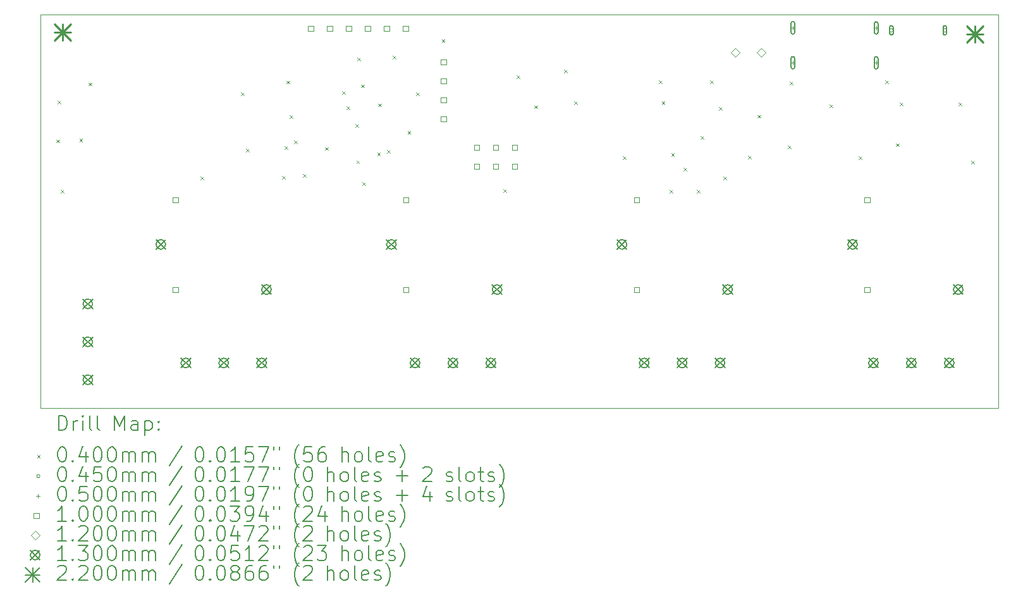
<source format=gbr>
%TF.GenerationSoftware,KiCad,Pcbnew,(7.0.0)*%
%TF.CreationDate,2023-02-25T12:05:11-06:00*%
%TF.ProjectId,Autorelay,4175746f-7265-46c6-9179-2e6b69636164,1*%
%TF.SameCoordinates,Original*%
%TF.FileFunction,Drillmap*%
%TF.FilePolarity,Positive*%
%FSLAX45Y45*%
G04 Gerber Fmt 4.5, Leading zero omitted, Abs format (unit mm)*
G04 Created by KiCad (PCBNEW (7.0.0)) date 2023-02-25 12:05:11*
%MOMM*%
%LPD*%
G01*
G04 APERTURE LIST*
%ADD10C,0.100000*%
%ADD11C,0.200000*%
%ADD12C,0.040000*%
%ADD13C,0.045000*%
%ADD14C,0.050000*%
%ADD15C,0.120000*%
%ADD16C,0.130000*%
%ADD17C,0.220000*%
G04 APERTURE END LIST*
D10*
X8961000Y-12141500D02*
X21788000Y-12141500D01*
X8961000Y-6871000D02*
X8961000Y-12141500D01*
X21788000Y-12141500D02*
X21788000Y-6871000D01*
X21788000Y-6871000D02*
X8961000Y-6871000D01*
D11*
D12*
X9173360Y-8547060D02*
X9213360Y-8587060D01*
X9213360Y-8547060D02*
X9173360Y-8587060D01*
X9193680Y-8023820D02*
X9233680Y-8063820D01*
X9233680Y-8023820D02*
X9193680Y-8063820D01*
X9234320Y-9222700D02*
X9274320Y-9262700D01*
X9274320Y-9222700D02*
X9234320Y-9262700D01*
X9483240Y-8536900D02*
X9523240Y-8576900D01*
X9523240Y-8536900D02*
X9483240Y-8576900D01*
X9605160Y-7785060D02*
X9645160Y-7825060D01*
X9645160Y-7785060D02*
X9605160Y-7825060D01*
X11103760Y-9044900D02*
X11143760Y-9084900D01*
X11143760Y-9044900D02*
X11103760Y-9084900D01*
X11647320Y-7917140D02*
X11687320Y-7957140D01*
X11687320Y-7917140D02*
X11647320Y-7957140D01*
X11713360Y-8668980D02*
X11753360Y-8708980D01*
X11753360Y-8668980D02*
X11713360Y-8708980D01*
X12195960Y-9034740D02*
X12235960Y-9074740D01*
X12235960Y-9034740D02*
X12195960Y-9074740D01*
X12231520Y-8633420D02*
X12271520Y-8673420D01*
X12271520Y-8633420D02*
X12231520Y-8673420D01*
X12256920Y-7759660D02*
X12296920Y-7799660D01*
X12296920Y-7759660D02*
X12256920Y-7799660D01*
X12297560Y-8221940D02*
X12337560Y-8261940D01*
X12337560Y-8221940D02*
X12297560Y-8261940D01*
X12358520Y-8557220D02*
X12398520Y-8597220D01*
X12398520Y-8557220D02*
X12358520Y-8597220D01*
X12475360Y-9009340D02*
X12515360Y-9049340D01*
X12515360Y-9009340D02*
X12475360Y-9049340D01*
X12775080Y-8648660D02*
X12815080Y-8688660D01*
X12815080Y-8648660D02*
X12775080Y-8688660D01*
X13003680Y-7901900D02*
X13043680Y-7941900D01*
X13043680Y-7901900D02*
X13003680Y-7941900D01*
X13059560Y-8100020D02*
X13099560Y-8140020D01*
X13099560Y-8100020D02*
X13059560Y-8140020D01*
X13181480Y-8338780D02*
X13221480Y-8378780D01*
X13221480Y-8338780D02*
X13181480Y-8378780D01*
X13191640Y-8826460D02*
X13231640Y-8866460D01*
X13231640Y-8826460D02*
X13191640Y-8866460D01*
X13207497Y-7447993D02*
X13247497Y-7487993D01*
X13247497Y-7447993D02*
X13207497Y-7487993D01*
X13252600Y-7810460D02*
X13292600Y-7850460D01*
X13292600Y-7810460D02*
X13252600Y-7850460D01*
X13272920Y-9116020D02*
X13312920Y-9156020D01*
X13312920Y-9116020D02*
X13272920Y-9156020D01*
X13471040Y-8719780D02*
X13511040Y-8759780D01*
X13511040Y-8719780D02*
X13471040Y-8759780D01*
X13486280Y-8064460D02*
X13526280Y-8104460D01*
X13526280Y-8064460D02*
X13486280Y-8104460D01*
X13603120Y-8684220D02*
X13643120Y-8724220D01*
X13643120Y-8684220D02*
X13603120Y-8724220D01*
X13679320Y-7425550D02*
X13719320Y-7465550D01*
X13719320Y-7425550D02*
X13679320Y-7465550D01*
X13877440Y-8435300D02*
X13917440Y-8475300D01*
X13917440Y-8435300D02*
X13877440Y-8475300D01*
X13994280Y-7917140D02*
X14034280Y-7957140D01*
X14034280Y-7917140D02*
X13994280Y-7957140D01*
X14334640Y-7205940D02*
X14374640Y-7245940D01*
X14374640Y-7205940D02*
X14334640Y-7245940D01*
X15157600Y-9212540D02*
X15197600Y-9252540D01*
X15197600Y-9212540D02*
X15157600Y-9252540D01*
X15340480Y-7688540D02*
X15380480Y-7728540D01*
X15380480Y-7688540D02*
X15340480Y-7728540D01*
X15574160Y-8089860D02*
X15614160Y-8129860D01*
X15614160Y-8089860D02*
X15574160Y-8129860D01*
X15970400Y-7612340D02*
X16010400Y-7652340D01*
X16010400Y-7612340D02*
X15970400Y-7652340D01*
X16107560Y-8033980D02*
X16147560Y-8073980D01*
X16147560Y-8033980D02*
X16107560Y-8073980D01*
X16762880Y-8770580D02*
X16802880Y-8810580D01*
X16802880Y-8770580D02*
X16762880Y-8810580D01*
X17240400Y-7754580D02*
X17280400Y-7794580D01*
X17280400Y-7754580D02*
X17240400Y-7794580D01*
X17281040Y-8033980D02*
X17321040Y-8073980D01*
X17321040Y-8033980D02*
X17281040Y-8073980D01*
X17387720Y-9222700D02*
X17427720Y-9262700D01*
X17427720Y-9222700D02*
X17387720Y-9262700D01*
X17408040Y-8729940D02*
X17448040Y-8769940D01*
X17448040Y-8729940D02*
X17408040Y-8769940D01*
X17575680Y-8922980D02*
X17615680Y-8962980D01*
X17615680Y-8922980D02*
X17575680Y-8962980D01*
X17748400Y-9222700D02*
X17788400Y-9262700D01*
X17788400Y-9222700D02*
X17748400Y-9262700D01*
X17804280Y-8501340D02*
X17844280Y-8541340D01*
X17844280Y-8501340D02*
X17804280Y-8541340D01*
X17926200Y-7754580D02*
X17966200Y-7794580D01*
X17966200Y-7754580D02*
X17926200Y-7794580D01*
X18048120Y-8110180D02*
X18088120Y-8150180D01*
X18088120Y-8110180D02*
X18048120Y-8150180D01*
X18104000Y-9039820D02*
X18144000Y-9079820D01*
X18144000Y-9039820D02*
X18104000Y-9079820D01*
X18434200Y-8765500D02*
X18474200Y-8805500D01*
X18474200Y-8765500D02*
X18434200Y-8805500D01*
X18566280Y-8216860D02*
X18606280Y-8256860D01*
X18606280Y-8216860D02*
X18566280Y-8256860D01*
X18972680Y-8628340D02*
X19012680Y-8668340D01*
X19012680Y-8628340D02*
X18972680Y-8668340D01*
X18993000Y-7769820D02*
X19033000Y-7809820D01*
X19033000Y-7769820D02*
X18993000Y-7809820D01*
X19526400Y-8074620D02*
X19566400Y-8114620D01*
X19566400Y-8074620D02*
X19526400Y-8114620D01*
X19917560Y-8770580D02*
X19957560Y-8810580D01*
X19957560Y-8770580D02*
X19917560Y-8810580D01*
X20273160Y-7754580D02*
X20313160Y-7794580D01*
X20313160Y-7754580D02*
X20273160Y-7794580D01*
X20420480Y-8597860D02*
X20460480Y-8637860D01*
X20460480Y-8597860D02*
X20420480Y-8637860D01*
X20466200Y-8054300D02*
X20506200Y-8094300D01*
X20506200Y-8054300D02*
X20466200Y-8094300D01*
X21253600Y-8049220D02*
X21293600Y-8089220D01*
X21293600Y-8049220D02*
X21253600Y-8089220D01*
X21426320Y-8831540D02*
X21466320Y-8871540D01*
X21466320Y-8831540D02*
X21426320Y-8871540D01*
D13*
X20379060Y-7083700D02*
G75*
G03*
X20379060Y-7083700I-22500J0D01*
G01*
D11*
X20379060Y-7123700D02*
X20379060Y-7043700D01*
X20379060Y-7043700D02*
G75*
G03*
X20334060Y-7043700I-22500J0D01*
G01*
X20334060Y-7043700D02*
X20334060Y-7123700D01*
X20334060Y-7123700D02*
G75*
G03*
X20379060Y-7123700I22500J0D01*
G01*
D13*
X21094060Y-7083700D02*
G75*
G03*
X21094060Y-7083700I-22500J0D01*
G01*
D11*
X21049060Y-7043700D02*
X21049060Y-7123700D01*
X21049060Y-7123700D02*
G75*
G03*
X21094060Y-7123700I22500J0D01*
G01*
X21094060Y-7123700D02*
X21094060Y-7043700D01*
X21094060Y-7043700D02*
G75*
G03*
X21049060Y-7043700I-22500J0D01*
G01*
D14*
X19036120Y-7025820D02*
X19036120Y-7075820D01*
X19011120Y-7050820D02*
X19061120Y-7050820D01*
D11*
X19061120Y-7108320D02*
X19061120Y-6993320D01*
X19061120Y-6993320D02*
G75*
G03*
X19011120Y-6993320I-25000J0D01*
G01*
X19011120Y-6993320D02*
X19011120Y-7108320D01*
X19011120Y-7108320D02*
G75*
G03*
X19061120Y-7108320I25000J0D01*
G01*
D14*
X19036120Y-7493820D02*
X19036120Y-7543820D01*
X19011120Y-7518820D02*
X19061120Y-7518820D01*
D11*
X19061120Y-7576320D02*
X19061120Y-7461320D01*
X19061120Y-7461320D02*
G75*
G03*
X19011120Y-7461320I-25000J0D01*
G01*
X19011120Y-7461320D02*
X19011120Y-7576320D01*
X19011120Y-7576320D02*
G75*
G03*
X19061120Y-7576320I25000J0D01*
G01*
D14*
X20152120Y-7026820D02*
X20152120Y-7076820D01*
X20127120Y-7051820D02*
X20177120Y-7051820D01*
D11*
X20177120Y-7109320D02*
X20177120Y-6994320D01*
X20177120Y-6994320D02*
G75*
G03*
X20127120Y-6994320I-25000J0D01*
G01*
X20127120Y-6994320D02*
X20127120Y-7109320D01*
X20127120Y-7109320D02*
G75*
G03*
X20177120Y-7109320I25000J0D01*
G01*
D14*
X20152120Y-7493820D02*
X20152120Y-7543820D01*
X20127120Y-7518820D02*
X20177120Y-7518820D01*
D11*
X20177120Y-7576320D02*
X20177120Y-7461320D01*
X20177120Y-7461320D02*
G75*
G03*
X20127120Y-7461320I-25000J0D01*
G01*
X20127120Y-7461320D02*
X20127120Y-7576320D01*
X20127120Y-7576320D02*
G75*
G03*
X20177120Y-7576320I25000J0D01*
G01*
D10*
X10803189Y-9389356D02*
X10803189Y-9318644D01*
X10732478Y-9318644D01*
X10732478Y-9389356D01*
X10803189Y-9389356D01*
X10803189Y-10589356D02*
X10803189Y-10518644D01*
X10732478Y-10518644D01*
X10732478Y-10589356D01*
X10803189Y-10589356D01*
X12615856Y-7096856D02*
X12615856Y-7026144D01*
X12545144Y-7026144D01*
X12545144Y-7096856D01*
X12615856Y-7096856D01*
X12869856Y-7096856D02*
X12869856Y-7026144D01*
X12799144Y-7026144D01*
X12799144Y-7096856D01*
X12869856Y-7096856D01*
X13123856Y-7096856D02*
X13123856Y-7026144D01*
X13053144Y-7026144D01*
X13053144Y-7096856D01*
X13123856Y-7096856D01*
X13377856Y-7096856D02*
X13377856Y-7026144D01*
X13307144Y-7026144D01*
X13307144Y-7096856D01*
X13377856Y-7096856D01*
X13631856Y-7096856D02*
X13631856Y-7026144D01*
X13561144Y-7026144D01*
X13561144Y-7096856D01*
X13631856Y-7096856D01*
X13885856Y-7096856D02*
X13885856Y-7026144D01*
X13815144Y-7026144D01*
X13815144Y-7096856D01*
X13885856Y-7096856D01*
X13891356Y-9389356D02*
X13891356Y-9318644D01*
X13820644Y-9318644D01*
X13820644Y-9389356D01*
X13891356Y-9389356D01*
X13891356Y-10589356D02*
X13891356Y-10518644D01*
X13820644Y-10518644D01*
X13820644Y-10589356D01*
X13891356Y-10589356D01*
X14393856Y-7541356D02*
X14393856Y-7470644D01*
X14323144Y-7470644D01*
X14323144Y-7541356D01*
X14393856Y-7541356D01*
X14393856Y-7795356D02*
X14393856Y-7724644D01*
X14323144Y-7724644D01*
X14323144Y-7795356D01*
X14393856Y-7795356D01*
X14393856Y-8049356D02*
X14393856Y-7978644D01*
X14323144Y-7978644D01*
X14323144Y-8049356D01*
X14393856Y-8049356D01*
X14393856Y-8303356D02*
X14393856Y-8232644D01*
X14323144Y-8232644D01*
X14323144Y-8303356D01*
X14393856Y-8303356D01*
X14838356Y-8684356D02*
X14838356Y-8613644D01*
X14767644Y-8613644D01*
X14767644Y-8684356D01*
X14838356Y-8684356D01*
X14838356Y-8938356D02*
X14838356Y-8867644D01*
X14767644Y-8867644D01*
X14767644Y-8938356D01*
X14838356Y-8938356D01*
X15092356Y-8684356D02*
X15092356Y-8613644D01*
X15021644Y-8613644D01*
X15021644Y-8684356D01*
X15092356Y-8684356D01*
X15092356Y-8938356D02*
X15092356Y-8867644D01*
X15021644Y-8867644D01*
X15021644Y-8938356D01*
X15092356Y-8938356D01*
X15346356Y-8684356D02*
X15346356Y-8613644D01*
X15275644Y-8613644D01*
X15275644Y-8684356D01*
X15346356Y-8684356D01*
X15346356Y-8938356D02*
X15346356Y-8867644D01*
X15275644Y-8867644D01*
X15275644Y-8938356D01*
X15346356Y-8938356D01*
X16979522Y-9389356D02*
X16979522Y-9318644D01*
X16908811Y-9318644D01*
X16908811Y-9389356D01*
X16979522Y-9389356D01*
X16979522Y-10589356D02*
X16979522Y-10518644D01*
X16908811Y-10518644D01*
X16908811Y-10589356D01*
X16979522Y-10589356D01*
X20067689Y-9389356D02*
X20067689Y-9318644D01*
X19996978Y-9318644D01*
X19996978Y-9389356D01*
X20067689Y-9389356D01*
X20067689Y-10589356D02*
X20067689Y-10518644D01*
X19996978Y-10518644D01*
X19996978Y-10589356D01*
X20067689Y-10589356D01*
D15*
X18263000Y-7439000D02*
X18323000Y-7379000D01*
X18263000Y-7319000D01*
X18203000Y-7379000D01*
X18263000Y-7439000D01*
X18613000Y-7439000D02*
X18673000Y-7379000D01*
X18613000Y-7319000D01*
X18553000Y-7379000D01*
X18613000Y-7439000D01*
D16*
X9531000Y-10679500D02*
X9661000Y-10809500D01*
X9661000Y-10679500D02*
X9531000Y-10809500D01*
X9661000Y-10744500D02*
G75*
G03*
X9661000Y-10744500I-65000J0D01*
G01*
X9531000Y-11187500D02*
X9661000Y-11317500D01*
X9661000Y-11187500D02*
X9531000Y-11317500D01*
X9661000Y-11252500D02*
G75*
G03*
X9661000Y-11252500I-65000J0D01*
G01*
X9531000Y-11695500D02*
X9661000Y-11825500D01*
X9661000Y-11695500D02*
X9531000Y-11825500D01*
X9661000Y-11760500D02*
G75*
G03*
X9661000Y-11760500I-65000J0D01*
G01*
X10507833Y-9884000D02*
X10637833Y-10014000D01*
X10637833Y-9884000D02*
X10507833Y-10014000D01*
X10637833Y-9949000D02*
G75*
G03*
X10637833Y-9949000I-65000J0D01*
G01*
X10842679Y-11471500D02*
X10972679Y-11601500D01*
X10972679Y-11471500D02*
X10842679Y-11601500D01*
X10972679Y-11536500D02*
G75*
G03*
X10972679Y-11536500I-65000J0D01*
G01*
X11350678Y-11471500D02*
X11480678Y-11601500D01*
X11480678Y-11471500D02*
X11350678Y-11601500D01*
X11480678Y-11536500D02*
G75*
G03*
X11480678Y-11536500I-65000J0D01*
G01*
X11858678Y-11471500D02*
X11988678Y-11601500D01*
X11988678Y-11471500D02*
X11858678Y-11601500D01*
X11988678Y-11536500D02*
G75*
G03*
X11988678Y-11536500I-65000J0D01*
G01*
X11922833Y-10489000D02*
X12052833Y-10619000D01*
X12052833Y-10489000D02*
X11922833Y-10619000D01*
X12052833Y-10554000D02*
G75*
G03*
X12052833Y-10554000I-65000J0D01*
G01*
X13596000Y-9884000D02*
X13726000Y-10014000D01*
X13726000Y-9884000D02*
X13596000Y-10014000D01*
X13726000Y-9949000D02*
G75*
G03*
X13726000Y-9949000I-65000J0D01*
G01*
X13912500Y-11471500D02*
X14042500Y-11601500D01*
X14042500Y-11471500D02*
X13912500Y-11601500D01*
X14042500Y-11536500D02*
G75*
G03*
X14042500Y-11536500I-65000J0D01*
G01*
X14420500Y-11471500D02*
X14550500Y-11601500D01*
X14550500Y-11471500D02*
X14420500Y-11601500D01*
X14550500Y-11536500D02*
G75*
G03*
X14550500Y-11536500I-65000J0D01*
G01*
X14928500Y-11471500D02*
X15058500Y-11601500D01*
X15058500Y-11471500D02*
X14928500Y-11601500D01*
X15058500Y-11536500D02*
G75*
G03*
X15058500Y-11536500I-65000J0D01*
G01*
X15011000Y-10489000D02*
X15141000Y-10619000D01*
X15141000Y-10489000D02*
X15011000Y-10619000D01*
X15141000Y-10554000D02*
G75*
G03*
X15141000Y-10554000I-65000J0D01*
G01*
X16684167Y-9884000D02*
X16814167Y-10014000D01*
X16814167Y-9884000D02*
X16684167Y-10014000D01*
X16814167Y-9949000D02*
G75*
G03*
X16814167Y-9949000I-65000J0D01*
G01*
X16981667Y-11471500D02*
X17111667Y-11601500D01*
X17111667Y-11471500D02*
X16981667Y-11601500D01*
X17111667Y-11536500D02*
G75*
G03*
X17111667Y-11536500I-65000J0D01*
G01*
X17489667Y-11471500D02*
X17619667Y-11601500D01*
X17619667Y-11471500D02*
X17489667Y-11601500D01*
X17619667Y-11536500D02*
G75*
G03*
X17619667Y-11536500I-65000J0D01*
G01*
X17997667Y-11471500D02*
X18127667Y-11601500D01*
X18127667Y-11471500D02*
X17997667Y-11601500D01*
X18127667Y-11536500D02*
G75*
G03*
X18127667Y-11536500I-65000J0D01*
G01*
X18099167Y-10489000D02*
X18229167Y-10619000D01*
X18229167Y-10489000D02*
X18099167Y-10619000D01*
X18229167Y-10554000D02*
G75*
G03*
X18229167Y-10554000I-65000J0D01*
G01*
X19772333Y-9884000D02*
X19902333Y-10014000D01*
X19902333Y-9884000D02*
X19772333Y-10014000D01*
X19902333Y-9949000D02*
G75*
G03*
X19902333Y-9949000I-65000J0D01*
G01*
X20050833Y-11471500D02*
X20180833Y-11601500D01*
X20180833Y-11471500D02*
X20050833Y-11601500D01*
X20180833Y-11536500D02*
G75*
G03*
X20180833Y-11536500I-65000J0D01*
G01*
X20558833Y-11471500D02*
X20688833Y-11601500D01*
X20688833Y-11471500D02*
X20558833Y-11601500D01*
X20688833Y-11536500D02*
G75*
G03*
X20688833Y-11536500I-65000J0D01*
G01*
X21066833Y-11471500D02*
X21196833Y-11601500D01*
X21196833Y-11471500D02*
X21066833Y-11601500D01*
X21196833Y-11536500D02*
G75*
G03*
X21196833Y-11536500I-65000J0D01*
G01*
X21187333Y-10489000D02*
X21317333Y-10619000D01*
X21317333Y-10489000D02*
X21187333Y-10619000D01*
X21317333Y-10554000D02*
G75*
G03*
X21317333Y-10554000I-65000J0D01*
G01*
D17*
X9149400Y-6997000D02*
X9369400Y-7217000D01*
X9369400Y-6997000D02*
X9149400Y-7217000D01*
X9259400Y-6997000D02*
X9259400Y-7217000D01*
X9149400Y-7107000D02*
X9369400Y-7107000D01*
X21366800Y-7024500D02*
X21586800Y-7244500D01*
X21586800Y-7024500D02*
X21366800Y-7244500D01*
X21476800Y-7024500D02*
X21476800Y-7244500D01*
X21366800Y-7134500D02*
X21586800Y-7134500D01*
D11*
X9203619Y-12439976D02*
X9203619Y-12239976D01*
X9203619Y-12239976D02*
X9251238Y-12239976D01*
X9251238Y-12239976D02*
X9279810Y-12249500D01*
X9279810Y-12249500D02*
X9298857Y-12268548D01*
X9298857Y-12268548D02*
X9308381Y-12287595D01*
X9308381Y-12287595D02*
X9317905Y-12325690D01*
X9317905Y-12325690D02*
X9317905Y-12354262D01*
X9317905Y-12354262D02*
X9308381Y-12392357D01*
X9308381Y-12392357D02*
X9298857Y-12411405D01*
X9298857Y-12411405D02*
X9279810Y-12430452D01*
X9279810Y-12430452D02*
X9251238Y-12439976D01*
X9251238Y-12439976D02*
X9203619Y-12439976D01*
X9403619Y-12439976D02*
X9403619Y-12306643D01*
X9403619Y-12344738D02*
X9413143Y-12325690D01*
X9413143Y-12325690D02*
X9422667Y-12316167D01*
X9422667Y-12316167D02*
X9441714Y-12306643D01*
X9441714Y-12306643D02*
X9460762Y-12306643D01*
X9527429Y-12439976D02*
X9527429Y-12306643D01*
X9527429Y-12239976D02*
X9517905Y-12249500D01*
X9517905Y-12249500D02*
X9527429Y-12259024D01*
X9527429Y-12259024D02*
X9536952Y-12249500D01*
X9536952Y-12249500D02*
X9527429Y-12239976D01*
X9527429Y-12239976D02*
X9527429Y-12259024D01*
X9651238Y-12439976D02*
X9632190Y-12430452D01*
X9632190Y-12430452D02*
X9622667Y-12411405D01*
X9622667Y-12411405D02*
X9622667Y-12239976D01*
X9756000Y-12439976D02*
X9736952Y-12430452D01*
X9736952Y-12430452D02*
X9727429Y-12411405D01*
X9727429Y-12411405D02*
X9727429Y-12239976D01*
X9952190Y-12439976D02*
X9952190Y-12239976D01*
X9952190Y-12239976D02*
X10018857Y-12382833D01*
X10018857Y-12382833D02*
X10085524Y-12239976D01*
X10085524Y-12239976D02*
X10085524Y-12439976D01*
X10266476Y-12439976D02*
X10266476Y-12335214D01*
X10266476Y-12335214D02*
X10256952Y-12316167D01*
X10256952Y-12316167D02*
X10237905Y-12306643D01*
X10237905Y-12306643D02*
X10199809Y-12306643D01*
X10199809Y-12306643D02*
X10180762Y-12316167D01*
X10266476Y-12430452D02*
X10247429Y-12439976D01*
X10247429Y-12439976D02*
X10199809Y-12439976D01*
X10199809Y-12439976D02*
X10180762Y-12430452D01*
X10180762Y-12430452D02*
X10171238Y-12411405D01*
X10171238Y-12411405D02*
X10171238Y-12392357D01*
X10171238Y-12392357D02*
X10180762Y-12373309D01*
X10180762Y-12373309D02*
X10199809Y-12363786D01*
X10199809Y-12363786D02*
X10247429Y-12363786D01*
X10247429Y-12363786D02*
X10266476Y-12354262D01*
X10361714Y-12306643D02*
X10361714Y-12506643D01*
X10361714Y-12316167D02*
X10380762Y-12306643D01*
X10380762Y-12306643D02*
X10418857Y-12306643D01*
X10418857Y-12306643D02*
X10437905Y-12316167D01*
X10437905Y-12316167D02*
X10447429Y-12325690D01*
X10447429Y-12325690D02*
X10456952Y-12344738D01*
X10456952Y-12344738D02*
X10456952Y-12401881D01*
X10456952Y-12401881D02*
X10447429Y-12420928D01*
X10447429Y-12420928D02*
X10437905Y-12430452D01*
X10437905Y-12430452D02*
X10418857Y-12439976D01*
X10418857Y-12439976D02*
X10380762Y-12439976D01*
X10380762Y-12439976D02*
X10361714Y-12430452D01*
X10542667Y-12420928D02*
X10552190Y-12430452D01*
X10552190Y-12430452D02*
X10542667Y-12439976D01*
X10542667Y-12439976D02*
X10533143Y-12430452D01*
X10533143Y-12430452D02*
X10542667Y-12420928D01*
X10542667Y-12420928D02*
X10542667Y-12439976D01*
X10542667Y-12316167D02*
X10552190Y-12325690D01*
X10552190Y-12325690D02*
X10542667Y-12335214D01*
X10542667Y-12335214D02*
X10533143Y-12325690D01*
X10533143Y-12325690D02*
X10542667Y-12316167D01*
X10542667Y-12316167D02*
X10542667Y-12335214D01*
D12*
X8916000Y-12766500D02*
X8956000Y-12806500D01*
X8956000Y-12766500D02*
X8916000Y-12806500D01*
D11*
X9241714Y-12659976D02*
X9260762Y-12659976D01*
X9260762Y-12659976D02*
X9279810Y-12669500D01*
X9279810Y-12669500D02*
X9289333Y-12679024D01*
X9289333Y-12679024D02*
X9298857Y-12698071D01*
X9298857Y-12698071D02*
X9308381Y-12736167D01*
X9308381Y-12736167D02*
X9308381Y-12783786D01*
X9308381Y-12783786D02*
X9298857Y-12821881D01*
X9298857Y-12821881D02*
X9289333Y-12840928D01*
X9289333Y-12840928D02*
X9279810Y-12850452D01*
X9279810Y-12850452D02*
X9260762Y-12859976D01*
X9260762Y-12859976D02*
X9241714Y-12859976D01*
X9241714Y-12859976D02*
X9222667Y-12850452D01*
X9222667Y-12850452D02*
X9213143Y-12840928D01*
X9213143Y-12840928D02*
X9203619Y-12821881D01*
X9203619Y-12821881D02*
X9194095Y-12783786D01*
X9194095Y-12783786D02*
X9194095Y-12736167D01*
X9194095Y-12736167D02*
X9203619Y-12698071D01*
X9203619Y-12698071D02*
X9213143Y-12679024D01*
X9213143Y-12679024D02*
X9222667Y-12669500D01*
X9222667Y-12669500D02*
X9241714Y-12659976D01*
X9394095Y-12840928D02*
X9403619Y-12850452D01*
X9403619Y-12850452D02*
X9394095Y-12859976D01*
X9394095Y-12859976D02*
X9384571Y-12850452D01*
X9384571Y-12850452D02*
X9394095Y-12840928D01*
X9394095Y-12840928D02*
X9394095Y-12859976D01*
X9575048Y-12726643D02*
X9575048Y-12859976D01*
X9527429Y-12650452D02*
X9479810Y-12793309D01*
X9479810Y-12793309D02*
X9603619Y-12793309D01*
X9717905Y-12659976D02*
X9736952Y-12659976D01*
X9736952Y-12659976D02*
X9756000Y-12669500D01*
X9756000Y-12669500D02*
X9765524Y-12679024D01*
X9765524Y-12679024D02*
X9775048Y-12698071D01*
X9775048Y-12698071D02*
X9784571Y-12736167D01*
X9784571Y-12736167D02*
X9784571Y-12783786D01*
X9784571Y-12783786D02*
X9775048Y-12821881D01*
X9775048Y-12821881D02*
X9765524Y-12840928D01*
X9765524Y-12840928D02*
X9756000Y-12850452D01*
X9756000Y-12850452D02*
X9736952Y-12859976D01*
X9736952Y-12859976D02*
X9717905Y-12859976D01*
X9717905Y-12859976D02*
X9698857Y-12850452D01*
X9698857Y-12850452D02*
X9689333Y-12840928D01*
X9689333Y-12840928D02*
X9679810Y-12821881D01*
X9679810Y-12821881D02*
X9670286Y-12783786D01*
X9670286Y-12783786D02*
X9670286Y-12736167D01*
X9670286Y-12736167D02*
X9679810Y-12698071D01*
X9679810Y-12698071D02*
X9689333Y-12679024D01*
X9689333Y-12679024D02*
X9698857Y-12669500D01*
X9698857Y-12669500D02*
X9717905Y-12659976D01*
X9908381Y-12659976D02*
X9927429Y-12659976D01*
X9927429Y-12659976D02*
X9946476Y-12669500D01*
X9946476Y-12669500D02*
X9956000Y-12679024D01*
X9956000Y-12679024D02*
X9965524Y-12698071D01*
X9965524Y-12698071D02*
X9975048Y-12736167D01*
X9975048Y-12736167D02*
X9975048Y-12783786D01*
X9975048Y-12783786D02*
X9965524Y-12821881D01*
X9965524Y-12821881D02*
X9956000Y-12840928D01*
X9956000Y-12840928D02*
X9946476Y-12850452D01*
X9946476Y-12850452D02*
X9927429Y-12859976D01*
X9927429Y-12859976D02*
X9908381Y-12859976D01*
X9908381Y-12859976D02*
X9889333Y-12850452D01*
X9889333Y-12850452D02*
X9879810Y-12840928D01*
X9879810Y-12840928D02*
X9870286Y-12821881D01*
X9870286Y-12821881D02*
X9860762Y-12783786D01*
X9860762Y-12783786D02*
X9860762Y-12736167D01*
X9860762Y-12736167D02*
X9870286Y-12698071D01*
X9870286Y-12698071D02*
X9879810Y-12679024D01*
X9879810Y-12679024D02*
X9889333Y-12669500D01*
X9889333Y-12669500D02*
X9908381Y-12659976D01*
X10060762Y-12859976D02*
X10060762Y-12726643D01*
X10060762Y-12745690D02*
X10070286Y-12736167D01*
X10070286Y-12736167D02*
X10089333Y-12726643D01*
X10089333Y-12726643D02*
X10117905Y-12726643D01*
X10117905Y-12726643D02*
X10136952Y-12736167D01*
X10136952Y-12736167D02*
X10146476Y-12755214D01*
X10146476Y-12755214D02*
X10146476Y-12859976D01*
X10146476Y-12755214D02*
X10156000Y-12736167D01*
X10156000Y-12736167D02*
X10175048Y-12726643D01*
X10175048Y-12726643D02*
X10203619Y-12726643D01*
X10203619Y-12726643D02*
X10222667Y-12736167D01*
X10222667Y-12736167D02*
X10232191Y-12755214D01*
X10232191Y-12755214D02*
X10232191Y-12859976D01*
X10327429Y-12859976D02*
X10327429Y-12726643D01*
X10327429Y-12745690D02*
X10336952Y-12736167D01*
X10336952Y-12736167D02*
X10356000Y-12726643D01*
X10356000Y-12726643D02*
X10384572Y-12726643D01*
X10384572Y-12726643D02*
X10403619Y-12736167D01*
X10403619Y-12736167D02*
X10413143Y-12755214D01*
X10413143Y-12755214D02*
X10413143Y-12859976D01*
X10413143Y-12755214D02*
X10422667Y-12736167D01*
X10422667Y-12736167D02*
X10441714Y-12726643D01*
X10441714Y-12726643D02*
X10470286Y-12726643D01*
X10470286Y-12726643D02*
X10489333Y-12736167D01*
X10489333Y-12736167D02*
X10498857Y-12755214D01*
X10498857Y-12755214D02*
X10498857Y-12859976D01*
X10856952Y-12650452D02*
X10685524Y-12907595D01*
X11081714Y-12659976D02*
X11100762Y-12659976D01*
X11100762Y-12659976D02*
X11119810Y-12669500D01*
X11119810Y-12669500D02*
X11129333Y-12679024D01*
X11129333Y-12679024D02*
X11138857Y-12698071D01*
X11138857Y-12698071D02*
X11148381Y-12736167D01*
X11148381Y-12736167D02*
X11148381Y-12783786D01*
X11148381Y-12783786D02*
X11138857Y-12821881D01*
X11138857Y-12821881D02*
X11129333Y-12840928D01*
X11129333Y-12840928D02*
X11119810Y-12850452D01*
X11119810Y-12850452D02*
X11100762Y-12859976D01*
X11100762Y-12859976D02*
X11081714Y-12859976D01*
X11081714Y-12859976D02*
X11062667Y-12850452D01*
X11062667Y-12850452D02*
X11053143Y-12840928D01*
X11053143Y-12840928D02*
X11043619Y-12821881D01*
X11043619Y-12821881D02*
X11034095Y-12783786D01*
X11034095Y-12783786D02*
X11034095Y-12736167D01*
X11034095Y-12736167D02*
X11043619Y-12698071D01*
X11043619Y-12698071D02*
X11053143Y-12679024D01*
X11053143Y-12679024D02*
X11062667Y-12669500D01*
X11062667Y-12669500D02*
X11081714Y-12659976D01*
X11234095Y-12840928D02*
X11243619Y-12850452D01*
X11243619Y-12850452D02*
X11234095Y-12859976D01*
X11234095Y-12859976D02*
X11224571Y-12850452D01*
X11224571Y-12850452D02*
X11234095Y-12840928D01*
X11234095Y-12840928D02*
X11234095Y-12859976D01*
X11367429Y-12659976D02*
X11386476Y-12659976D01*
X11386476Y-12659976D02*
X11405524Y-12669500D01*
X11405524Y-12669500D02*
X11415048Y-12679024D01*
X11415048Y-12679024D02*
X11424571Y-12698071D01*
X11424571Y-12698071D02*
X11434095Y-12736167D01*
X11434095Y-12736167D02*
X11434095Y-12783786D01*
X11434095Y-12783786D02*
X11424571Y-12821881D01*
X11424571Y-12821881D02*
X11415048Y-12840928D01*
X11415048Y-12840928D02*
X11405524Y-12850452D01*
X11405524Y-12850452D02*
X11386476Y-12859976D01*
X11386476Y-12859976D02*
X11367429Y-12859976D01*
X11367429Y-12859976D02*
X11348381Y-12850452D01*
X11348381Y-12850452D02*
X11338857Y-12840928D01*
X11338857Y-12840928D02*
X11329333Y-12821881D01*
X11329333Y-12821881D02*
X11319810Y-12783786D01*
X11319810Y-12783786D02*
X11319810Y-12736167D01*
X11319810Y-12736167D02*
X11329333Y-12698071D01*
X11329333Y-12698071D02*
X11338857Y-12679024D01*
X11338857Y-12679024D02*
X11348381Y-12669500D01*
X11348381Y-12669500D02*
X11367429Y-12659976D01*
X11624571Y-12859976D02*
X11510286Y-12859976D01*
X11567429Y-12859976D02*
X11567429Y-12659976D01*
X11567429Y-12659976D02*
X11548381Y-12688548D01*
X11548381Y-12688548D02*
X11529333Y-12707595D01*
X11529333Y-12707595D02*
X11510286Y-12717119D01*
X11805524Y-12659976D02*
X11710286Y-12659976D01*
X11710286Y-12659976D02*
X11700762Y-12755214D01*
X11700762Y-12755214D02*
X11710286Y-12745690D01*
X11710286Y-12745690D02*
X11729333Y-12736167D01*
X11729333Y-12736167D02*
X11776952Y-12736167D01*
X11776952Y-12736167D02*
X11796000Y-12745690D01*
X11796000Y-12745690D02*
X11805524Y-12755214D01*
X11805524Y-12755214D02*
X11815048Y-12774262D01*
X11815048Y-12774262D02*
X11815048Y-12821881D01*
X11815048Y-12821881D02*
X11805524Y-12840928D01*
X11805524Y-12840928D02*
X11796000Y-12850452D01*
X11796000Y-12850452D02*
X11776952Y-12859976D01*
X11776952Y-12859976D02*
X11729333Y-12859976D01*
X11729333Y-12859976D02*
X11710286Y-12850452D01*
X11710286Y-12850452D02*
X11700762Y-12840928D01*
X11881714Y-12659976D02*
X12015048Y-12659976D01*
X12015048Y-12659976D02*
X11929333Y-12859976D01*
X12081714Y-12659976D02*
X12081714Y-12698071D01*
X12157905Y-12659976D02*
X12157905Y-12698071D01*
X12420762Y-12936167D02*
X12411238Y-12926643D01*
X12411238Y-12926643D02*
X12392191Y-12898071D01*
X12392191Y-12898071D02*
X12382667Y-12879024D01*
X12382667Y-12879024D02*
X12373143Y-12850452D01*
X12373143Y-12850452D02*
X12363619Y-12802833D01*
X12363619Y-12802833D02*
X12363619Y-12764738D01*
X12363619Y-12764738D02*
X12373143Y-12717119D01*
X12373143Y-12717119D02*
X12382667Y-12688548D01*
X12382667Y-12688548D02*
X12392191Y-12669500D01*
X12392191Y-12669500D02*
X12411238Y-12640928D01*
X12411238Y-12640928D02*
X12420762Y-12631405D01*
X12592191Y-12659976D02*
X12496952Y-12659976D01*
X12496952Y-12659976D02*
X12487429Y-12755214D01*
X12487429Y-12755214D02*
X12496952Y-12745690D01*
X12496952Y-12745690D02*
X12516000Y-12736167D01*
X12516000Y-12736167D02*
X12563619Y-12736167D01*
X12563619Y-12736167D02*
X12582667Y-12745690D01*
X12582667Y-12745690D02*
X12592191Y-12755214D01*
X12592191Y-12755214D02*
X12601714Y-12774262D01*
X12601714Y-12774262D02*
X12601714Y-12821881D01*
X12601714Y-12821881D02*
X12592191Y-12840928D01*
X12592191Y-12840928D02*
X12582667Y-12850452D01*
X12582667Y-12850452D02*
X12563619Y-12859976D01*
X12563619Y-12859976D02*
X12516000Y-12859976D01*
X12516000Y-12859976D02*
X12496952Y-12850452D01*
X12496952Y-12850452D02*
X12487429Y-12840928D01*
X12773143Y-12659976D02*
X12735048Y-12659976D01*
X12735048Y-12659976D02*
X12716000Y-12669500D01*
X12716000Y-12669500D02*
X12706476Y-12679024D01*
X12706476Y-12679024D02*
X12687429Y-12707595D01*
X12687429Y-12707595D02*
X12677905Y-12745690D01*
X12677905Y-12745690D02*
X12677905Y-12821881D01*
X12677905Y-12821881D02*
X12687429Y-12840928D01*
X12687429Y-12840928D02*
X12696952Y-12850452D01*
X12696952Y-12850452D02*
X12716000Y-12859976D01*
X12716000Y-12859976D02*
X12754095Y-12859976D01*
X12754095Y-12859976D02*
X12773143Y-12850452D01*
X12773143Y-12850452D02*
X12782667Y-12840928D01*
X12782667Y-12840928D02*
X12792191Y-12821881D01*
X12792191Y-12821881D02*
X12792191Y-12774262D01*
X12792191Y-12774262D02*
X12782667Y-12755214D01*
X12782667Y-12755214D02*
X12773143Y-12745690D01*
X12773143Y-12745690D02*
X12754095Y-12736167D01*
X12754095Y-12736167D02*
X12716000Y-12736167D01*
X12716000Y-12736167D02*
X12696952Y-12745690D01*
X12696952Y-12745690D02*
X12687429Y-12755214D01*
X12687429Y-12755214D02*
X12677905Y-12774262D01*
X12997905Y-12859976D02*
X12997905Y-12659976D01*
X13083619Y-12859976D02*
X13083619Y-12755214D01*
X13083619Y-12755214D02*
X13074095Y-12736167D01*
X13074095Y-12736167D02*
X13055048Y-12726643D01*
X13055048Y-12726643D02*
X13026476Y-12726643D01*
X13026476Y-12726643D02*
X13007429Y-12736167D01*
X13007429Y-12736167D02*
X12997905Y-12745690D01*
X13207429Y-12859976D02*
X13188381Y-12850452D01*
X13188381Y-12850452D02*
X13178857Y-12840928D01*
X13178857Y-12840928D02*
X13169333Y-12821881D01*
X13169333Y-12821881D02*
X13169333Y-12764738D01*
X13169333Y-12764738D02*
X13178857Y-12745690D01*
X13178857Y-12745690D02*
X13188381Y-12736167D01*
X13188381Y-12736167D02*
X13207429Y-12726643D01*
X13207429Y-12726643D02*
X13236000Y-12726643D01*
X13236000Y-12726643D02*
X13255048Y-12736167D01*
X13255048Y-12736167D02*
X13264572Y-12745690D01*
X13264572Y-12745690D02*
X13274095Y-12764738D01*
X13274095Y-12764738D02*
X13274095Y-12821881D01*
X13274095Y-12821881D02*
X13264572Y-12840928D01*
X13264572Y-12840928D02*
X13255048Y-12850452D01*
X13255048Y-12850452D02*
X13236000Y-12859976D01*
X13236000Y-12859976D02*
X13207429Y-12859976D01*
X13388381Y-12859976D02*
X13369333Y-12850452D01*
X13369333Y-12850452D02*
X13359810Y-12831405D01*
X13359810Y-12831405D02*
X13359810Y-12659976D01*
X13540762Y-12850452D02*
X13521714Y-12859976D01*
X13521714Y-12859976D02*
X13483619Y-12859976D01*
X13483619Y-12859976D02*
X13464572Y-12850452D01*
X13464572Y-12850452D02*
X13455048Y-12831405D01*
X13455048Y-12831405D02*
X13455048Y-12755214D01*
X13455048Y-12755214D02*
X13464572Y-12736167D01*
X13464572Y-12736167D02*
X13483619Y-12726643D01*
X13483619Y-12726643D02*
X13521714Y-12726643D01*
X13521714Y-12726643D02*
X13540762Y-12736167D01*
X13540762Y-12736167D02*
X13550286Y-12755214D01*
X13550286Y-12755214D02*
X13550286Y-12774262D01*
X13550286Y-12774262D02*
X13455048Y-12793309D01*
X13626476Y-12850452D02*
X13645524Y-12859976D01*
X13645524Y-12859976D02*
X13683619Y-12859976D01*
X13683619Y-12859976D02*
X13702667Y-12850452D01*
X13702667Y-12850452D02*
X13712191Y-12831405D01*
X13712191Y-12831405D02*
X13712191Y-12821881D01*
X13712191Y-12821881D02*
X13702667Y-12802833D01*
X13702667Y-12802833D02*
X13683619Y-12793309D01*
X13683619Y-12793309D02*
X13655048Y-12793309D01*
X13655048Y-12793309D02*
X13636000Y-12783786D01*
X13636000Y-12783786D02*
X13626476Y-12764738D01*
X13626476Y-12764738D02*
X13626476Y-12755214D01*
X13626476Y-12755214D02*
X13636000Y-12736167D01*
X13636000Y-12736167D02*
X13655048Y-12726643D01*
X13655048Y-12726643D02*
X13683619Y-12726643D01*
X13683619Y-12726643D02*
X13702667Y-12736167D01*
X13778857Y-12936167D02*
X13788381Y-12926643D01*
X13788381Y-12926643D02*
X13807429Y-12898071D01*
X13807429Y-12898071D02*
X13816953Y-12879024D01*
X13816953Y-12879024D02*
X13826476Y-12850452D01*
X13826476Y-12850452D02*
X13836000Y-12802833D01*
X13836000Y-12802833D02*
X13836000Y-12764738D01*
X13836000Y-12764738D02*
X13826476Y-12717119D01*
X13826476Y-12717119D02*
X13816953Y-12688548D01*
X13816953Y-12688548D02*
X13807429Y-12669500D01*
X13807429Y-12669500D02*
X13788381Y-12640928D01*
X13788381Y-12640928D02*
X13778857Y-12631405D01*
D13*
X8956000Y-13050500D02*
G75*
G03*
X8956000Y-13050500I-22500J0D01*
G01*
D11*
X9241714Y-12923976D02*
X9260762Y-12923976D01*
X9260762Y-12923976D02*
X9279810Y-12933500D01*
X9279810Y-12933500D02*
X9289333Y-12943024D01*
X9289333Y-12943024D02*
X9298857Y-12962071D01*
X9298857Y-12962071D02*
X9308381Y-13000167D01*
X9308381Y-13000167D02*
X9308381Y-13047786D01*
X9308381Y-13047786D02*
X9298857Y-13085881D01*
X9298857Y-13085881D02*
X9289333Y-13104928D01*
X9289333Y-13104928D02*
X9279810Y-13114452D01*
X9279810Y-13114452D02*
X9260762Y-13123976D01*
X9260762Y-13123976D02*
X9241714Y-13123976D01*
X9241714Y-13123976D02*
X9222667Y-13114452D01*
X9222667Y-13114452D02*
X9213143Y-13104928D01*
X9213143Y-13104928D02*
X9203619Y-13085881D01*
X9203619Y-13085881D02*
X9194095Y-13047786D01*
X9194095Y-13047786D02*
X9194095Y-13000167D01*
X9194095Y-13000167D02*
X9203619Y-12962071D01*
X9203619Y-12962071D02*
X9213143Y-12943024D01*
X9213143Y-12943024D02*
X9222667Y-12933500D01*
X9222667Y-12933500D02*
X9241714Y-12923976D01*
X9394095Y-13104928D02*
X9403619Y-13114452D01*
X9403619Y-13114452D02*
X9394095Y-13123976D01*
X9394095Y-13123976D02*
X9384571Y-13114452D01*
X9384571Y-13114452D02*
X9394095Y-13104928D01*
X9394095Y-13104928D02*
X9394095Y-13123976D01*
X9575048Y-12990643D02*
X9575048Y-13123976D01*
X9527429Y-12914452D02*
X9479810Y-13057309D01*
X9479810Y-13057309D02*
X9603619Y-13057309D01*
X9775048Y-12923976D02*
X9679810Y-12923976D01*
X9679810Y-12923976D02*
X9670286Y-13019214D01*
X9670286Y-13019214D02*
X9679810Y-13009690D01*
X9679810Y-13009690D02*
X9698857Y-13000167D01*
X9698857Y-13000167D02*
X9746476Y-13000167D01*
X9746476Y-13000167D02*
X9765524Y-13009690D01*
X9765524Y-13009690D02*
X9775048Y-13019214D01*
X9775048Y-13019214D02*
X9784571Y-13038262D01*
X9784571Y-13038262D02*
X9784571Y-13085881D01*
X9784571Y-13085881D02*
X9775048Y-13104928D01*
X9775048Y-13104928D02*
X9765524Y-13114452D01*
X9765524Y-13114452D02*
X9746476Y-13123976D01*
X9746476Y-13123976D02*
X9698857Y-13123976D01*
X9698857Y-13123976D02*
X9679810Y-13114452D01*
X9679810Y-13114452D02*
X9670286Y-13104928D01*
X9908381Y-12923976D02*
X9927429Y-12923976D01*
X9927429Y-12923976D02*
X9946476Y-12933500D01*
X9946476Y-12933500D02*
X9956000Y-12943024D01*
X9956000Y-12943024D02*
X9965524Y-12962071D01*
X9965524Y-12962071D02*
X9975048Y-13000167D01*
X9975048Y-13000167D02*
X9975048Y-13047786D01*
X9975048Y-13047786D02*
X9965524Y-13085881D01*
X9965524Y-13085881D02*
X9956000Y-13104928D01*
X9956000Y-13104928D02*
X9946476Y-13114452D01*
X9946476Y-13114452D02*
X9927429Y-13123976D01*
X9927429Y-13123976D02*
X9908381Y-13123976D01*
X9908381Y-13123976D02*
X9889333Y-13114452D01*
X9889333Y-13114452D02*
X9879810Y-13104928D01*
X9879810Y-13104928D02*
X9870286Y-13085881D01*
X9870286Y-13085881D02*
X9860762Y-13047786D01*
X9860762Y-13047786D02*
X9860762Y-13000167D01*
X9860762Y-13000167D02*
X9870286Y-12962071D01*
X9870286Y-12962071D02*
X9879810Y-12943024D01*
X9879810Y-12943024D02*
X9889333Y-12933500D01*
X9889333Y-12933500D02*
X9908381Y-12923976D01*
X10060762Y-13123976D02*
X10060762Y-12990643D01*
X10060762Y-13009690D02*
X10070286Y-13000167D01*
X10070286Y-13000167D02*
X10089333Y-12990643D01*
X10089333Y-12990643D02*
X10117905Y-12990643D01*
X10117905Y-12990643D02*
X10136952Y-13000167D01*
X10136952Y-13000167D02*
X10146476Y-13019214D01*
X10146476Y-13019214D02*
X10146476Y-13123976D01*
X10146476Y-13019214D02*
X10156000Y-13000167D01*
X10156000Y-13000167D02*
X10175048Y-12990643D01*
X10175048Y-12990643D02*
X10203619Y-12990643D01*
X10203619Y-12990643D02*
X10222667Y-13000167D01*
X10222667Y-13000167D02*
X10232191Y-13019214D01*
X10232191Y-13019214D02*
X10232191Y-13123976D01*
X10327429Y-13123976D02*
X10327429Y-12990643D01*
X10327429Y-13009690D02*
X10336952Y-13000167D01*
X10336952Y-13000167D02*
X10356000Y-12990643D01*
X10356000Y-12990643D02*
X10384572Y-12990643D01*
X10384572Y-12990643D02*
X10403619Y-13000167D01*
X10403619Y-13000167D02*
X10413143Y-13019214D01*
X10413143Y-13019214D02*
X10413143Y-13123976D01*
X10413143Y-13019214D02*
X10422667Y-13000167D01*
X10422667Y-13000167D02*
X10441714Y-12990643D01*
X10441714Y-12990643D02*
X10470286Y-12990643D01*
X10470286Y-12990643D02*
X10489333Y-13000167D01*
X10489333Y-13000167D02*
X10498857Y-13019214D01*
X10498857Y-13019214D02*
X10498857Y-13123976D01*
X10856952Y-12914452D02*
X10685524Y-13171595D01*
X11081714Y-12923976D02*
X11100762Y-12923976D01*
X11100762Y-12923976D02*
X11119810Y-12933500D01*
X11119810Y-12933500D02*
X11129333Y-12943024D01*
X11129333Y-12943024D02*
X11138857Y-12962071D01*
X11138857Y-12962071D02*
X11148381Y-13000167D01*
X11148381Y-13000167D02*
X11148381Y-13047786D01*
X11148381Y-13047786D02*
X11138857Y-13085881D01*
X11138857Y-13085881D02*
X11129333Y-13104928D01*
X11129333Y-13104928D02*
X11119810Y-13114452D01*
X11119810Y-13114452D02*
X11100762Y-13123976D01*
X11100762Y-13123976D02*
X11081714Y-13123976D01*
X11081714Y-13123976D02*
X11062667Y-13114452D01*
X11062667Y-13114452D02*
X11053143Y-13104928D01*
X11053143Y-13104928D02*
X11043619Y-13085881D01*
X11043619Y-13085881D02*
X11034095Y-13047786D01*
X11034095Y-13047786D02*
X11034095Y-13000167D01*
X11034095Y-13000167D02*
X11043619Y-12962071D01*
X11043619Y-12962071D02*
X11053143Y-12943024D01*
X11053143Y-12943024D02*
X11062667Y-12933500D01*
X11062667Y-12933500D02*
X11081714Y-12923976D01*
X11234095Y-13104928D02*
X11243619Y-13114452D01*
X11243619Y-13114452D02*
X11234095Y-13123976D01*
X11234095Y-13123976D02*
X11224571Y-13114452D01*
X11224571Y-13114452D02*
X11234095Y-13104928D01*
X11234095Y-13104928D02*
X11234095Y-13123976D01*
X11367429Y-12923976D02*
X11386476Y-12923976D01*
X11386476Y-12923976D02*
X11405524Y-12933500D01*
X11405524Y-12933500D02*
X11415048Y-12943024D01*
X11415048Y-12943024D02*
X11424571Y-12962071D01*
X11424571Y-12962071D02*
X11434095Y-13000167D01*
X11434095Y-13000167D02*
X11434095Y-13047786D01*
X11434095Y-13047786D02*
X11424571Y-13085881D01*
X11424571Y-13085881D02*
X11415048Y-13104928D01*
X11415048Y-13104928D02*
X11405524Y-13114452D01*
X11405524Y-13114452D02*
X11386476Y-13123976D01*
X11386476Y-13123976D02*
X11367429Y-13123976D01*
X11367429Y-13123976D02*
X11348381Y-13114452D01*
X11348381Y-13114452D02*
X11338857Y-13104928D01*
X11338857Y-13104928D02*
X11329333Y-13085881D01*
X11329333Y-13085881D02*
X11319810Y-13047786D01*
X11319810Y-13047786D02*
X11319810Y-13000167D01*
X11319810Y-13000167D02*
X11329333Y-12962071D01*
X11329333Y-12962071D02*
X11338857Y-12943024D01*
X11338857Y-12943024D02*
X11348381Y-12933500D01*
X11348381Y-12933500D02*
X11367429Y-12923976D01*
X11624571Y-13123976D02*
X11510286Y-13123976D01*
X11567429Y-13123976D02*
X11567429Y-12923976D01*
X11567429Y-12923976D02*
X11548381Y-12952548D01*
X11548381Y-12952548D02*
X11529333Y-12971595D01*
X11529333Y-12971595D02*
X11510286Y-12981119D01*
X11691238Y-12923976D02*
X11824571Y-12923976D01*
X11824571Y-12923976D02*
X11738857Y-13123976D01*
X11881714Y-12923976D02*
X12015048Y-12923976D01*
X12015048Y-12923976D02*
X11929333Y-13123976D01*
X12081714Y-12923976D02*
X12081714Y-12962071D01*
X12157905Y-12923976D02*
X12157905Y-12962071D01*
X12420762Y-13200167D02*
X12411238Y-13190643D01*
X12411238Y-13190643D02*
X12392191Y-13162071D01*
X12392191Y-13162071D02*
X12382667Y-13143024D01*
X12382667Y-13143024D02*
X12373143Y-13114452D01*
X12373143Y-13114452D02*
X12363619Y-13066833D01*
X12363619Y-13066833D02*
X12363619Y-13028738D01*
X12363619Y-13028738D02*
X12373143Y-12981119D01*
X12373143Y-12981119D02*
X12382667Y-12952548D01*
X12382667Y-12952548D02*
X12392191Y-12933500D01*
X12392191Y-12933500D02*
X12411238Y-12904928D01*
X12411238Y-12904928D02*
X12420762Y-12895405D01*
X12535048Y-12923976D02*
X12554095Y-12923976D01*
X12554095Y-12923976D02*
X12573143Y-12933500D01*
X12573143Y-12933500D02*
X12582667Y-12943024D01*
X12582667Y-12943024D02*
X12592191Y-12962071D01*
X12592191Y-12962071D02*
X12601714Y-13000167D01*
X12601714Y-13000167D02*
X12601714Y-13047786D01*
X12601714Y-13047786D02*
X12592191Y-13085881D01*
X12592191Y-13085881D02*
X12582667Y-13104928D01*
X12582667Y-13104928D02*
X12573143Y-13114452D01*
X12573143Y-13114452D02*
X12554095Y-13123976D01*
X12554095Y-13123976D02*
X12535048Y-13123976D01*
X12535048Y-13123976D02*
X12516000Y-13114452D01*
X12516000Y-13114452D02*
X12506476Y-13104928D01*
X12506476Y-13104928D02*
X12496952Y-13085881D01*
X12496952Y-13085881D02*
X12487429Y-13047786D01*
X12487429Y-13047786D02*
X12487429Y-13000167D01*
X12487429Y-13000167D02*
X12496952Y-12962071D01*
X12496952Y-12962071D02*
X12506476Y-12943024D01*
X12506476Y-12943024D02*
X12516000Y-12933500D01*
X12516000Y-12933500D02*
X12535048Y-12923976D01*
X12807429Y-13123976D02*
X12807429Y-12923976D01*
X12893143Y-13123976D02*
X12893143Y-13019214D01*
X12893143Y-13019214D02*
X12883619Y-13000167D01*
X12883619Y-13000167D02*
X12864572Y-12990643D01*
X12864572Y-12990643D02*
X12836000Y-12990643D01*
X12836000Y-12990643D02*
X12816952Y-13000167D01*
X12816952Y-13000167D02*
X12807429Y-13009690D01*
X13016952Y-13123976D02*
X12997905Y-13114452D01*
X12997905Y-13114452D02*
X12988381Y-13104928D01*
X12988381Y-13104928D02*
X12978857Y-13085881D01*
X12978857Y-13085881D02*
X12978857Y-13028738D01*
X12978857Y-13028738D02*
X12988381Y-13009690D01*
X12988381Y-13009690D02*
X12997905Y-13000167D01*
X12997905Y-13000167D02*
X13016952Y-12990643D01*
X13016952Y-12990643D02*
X13045524Y-12990643D01*
X13045524Y-12990643D02*
X13064572Y-13000167D01*
X13064572Y-13000167D02*
X13074095Y-13009690D01*
X13074095Y-13009690D02*
X13083619Y-13028738D01*
X13083619Y-13028738D02*
X13083619Y-13085881D01*
X13083619Y-13085881D02*
X13074095Y-13104928D01*
X13074095Y-13104928D02*
X13064572Y-13114452D01*
X13064572Y-13114452D02*
X13045524Y-13123976D01*
X13045524Y-13123976D02*
X13016952Y-13123976D01*
X13197905Y-13123976D02*
X13178857Y-13114452D01*
X13178857Y-13114452D02*
X13169333Y-13095405D01*
X13169333Y-13095405D02*
X13169333Y-12923976D01*
X13350286Y-13114452D02*
X13331238Y-13123976D01*
X13331238Y-13123976D02*
X13293143Y-13123976D01*
X13293143Y-13123976D02*
X13274095Y-13114452D01*
X13274095Y-13114452D02*
X13264572Y-13095405D01*
X13264572Y-13095405D02*
X13264572Y-13019214D01*
X13264572Y-13019214D02*
X13274095Y-13000167D01*
X13274095Y-13000167D02*
X13293143Y-12990643D01*
X13293143Y-12990643D02*
X13331238Y-12990643D01*
X13331238Y-12990643D02*
X13350286Y-13000167D01*
X13350286Y-13000167D02*
X13359810Y-13019214D01*
X13359810Y-13019214D02*
X13359810Y-13038262D01*
X13359810Y-13038262D02*
X13264572Y-13057309D01*
X13436000Y-13114452D02*
X13455048Y-13123976D01*
X13455048Y-13123976D02*
X13493143Y-13123976D01*
X13493143Y-13123976D02*
X13512191Y-13114452D01*
X13512191Y-13114452D02*
X13521714Y-13095405D01*
X13521714Y-13095405D02*
X13521714Y-13085881D01*
X13521714Y-13085881D02*
X13512191Y-13066833D01*
X13512191Y-13066833D02*
X13493143Y-13057309D01*
X13493143Y-13057309D02*
X13464572Y-13057309D01*
X13464572Y-13057309D02*
X13445524Y-13047786D01*
X13445524Y-13047786D02*
X13436000Y-13028738D01*
X13436000Y-13028738D02*
X13436000Y-13019214D01*
X13436000Y-13019214D02*
X13445524Y-13000167D01*
X13445524Y-13000167D02*
X13464572Y-12990643D01*
X13464572Y-12990643D02*
X13493143Y-12990643D01*
X13493143Y-12990643D02*
X13512191Y-13000167D01*
X13727429Y-13047786D02*
X13879810Y-13047786D01*
X13803619Y-13123976D02*
X13803619Y-12971595D01*
X14085524Y-12943024D02*
X14095048Y-12933500D01*
X14095048Y-12933500D02*
X14114095Y-12923976D01*
X14114095Y-12923976D02*
X14161714Y-12923976D01*
X14161714Y-12923976D02*
X14180762Y-12933500D01*
X14180762Y-12933500D02*
X14190286Y-12943024D01*
X14190286Y-12943024D02*
X14199810Y-12962071D01*
X14199810Y-12962071D02*
X14199810Y-12981119D01*
X14199810Y-12981119D02*
X14190286Y-13009690D01*
X14190286Y-13009690D02*
X14076000Y-13123976D01*
X14076000Y-13123976D02*
X14199810Y-13123976D01*
X14396000Y-13114452D02*
X14415048Y-13123976D01*
X14415048Y-13123976D02*
X14453143Y-13123976D01*
X14453143Y-13123976D02*
X14472191Y-13114452D01*
X14472191Y-13114452D02*
X14481714Y-13095405D01*
X14481714Y-13095405D02*
X14481714Y-13085881D01*
X14481714Y-13085881D02*
X14472191Y-13066833D01*
X14472191Y-13066833D02*
X14453143Y-13057309D01*
X14453143Y-13057309D02*
X14424572Y-13057309D01*
X14424572Y-13057309D02*
X14405524Y-13047786D01*
X14405524Y-13047786D02*
X14396000Y-13028738D01*
X14396000Y-13028738D02*
X14396000Y-13019214D01*
X14396000Y-13019214D02*
X14405524Y-13000167D01*
X14405524Y-13000167D02*
X14424572Y-12990643D01*
X14424572Y-12990643D02*
X14453143Y-12990643D01*
X14453143Y-12990643D02*
X14472191Y-13000167D01*
X14596000Y-13123976D02*
X14576953Y-13114452D01*
X14576953Y-13114452D02*
X14567429Y-13095405D01*
X14567429Y-13095405D02*
X14567429Y-12923976D01*
X14700762Y-13123976D02*
X14681714Y-13114452D01*
X14681714Y-13114452D02*
X14672191Y-13104928D01*
X14672191Y-13104928D02*
X14662667Y-13085881D01*
X14662667Y-13085881D02*
X14662667Y-13028738D01*
X14662667Y-13028738D02*
X14672191Y-13009690D01*
X14672191Y-13009690D02*
X14681714Y-13000167D01*
X14681714Y-13000167D02*
X14700762Y-12990643D01*
X14700762Y-12990643D02*
X14729334Y-12990643D01*
X14729334Y-12990643D02*
X14748381Y-13000167D01*
X14748381Y-13000167D02*
X14757905Y-13009690D01*
X14757905Y-13009690D02*
X14767429Y-13028738D01*
X14767429Y-13028738D02*
X14767429Y-13085881D01*
X14767429Y-13085881D02*
X14757905Y-13104928D01*
X14757905Y-13104928D02*
X14748381Y-13114452D01*
X14748381Y-13114452D02*
X14729334Y-13123976D01*
X14729334Y-13123976D02*
X14700762Y-13123976D01*
X14824572Y-12990643D02*
X14900762Y-12990643D01*
X14853143Y-12923976D02*
X14853143Y-13095405D01*
X14853143Y-13095405D02*
X14862667Y-13114452D01*
X14862667Y-13114452D02*
X14881714Y-13123976D01*
X14881714Y-13123976D02*
X14900762Y-13123976D01*
X14957905Y-13114452D02*
X14976953Y-13123976D01*
X14976953Y-13123976D02*
X15015048Y-13123976D01*
X15015048Y-13123976D02*
X15034095Y-13114452D01*
X15034095Y-13114452D02*
X15043619Y-13095405D01*
X15043619Y-13095405D02*
X15043619Y-13085881D01*
X15043619Y-13085881D02*
X15034095Y-13066833D01*
X15034095Y-13066833D02*
X15015048Y-13057309D01*
X15015048Y-13057309D02*
X14986476Y-13057309D01*
X14986476Y-13057309D02*
X14967429Y-13047786D01*
X14967429Y-13047786D02*
X14957905Y-13028738D01*
X14957905Y-13028738D02*
X14957905Y-13019214D01*
X14957905Y-13019214D02*
X14967429Y-13000167D01*
X14967429Y-13000167D02*
X14986476Y-12990643D01*
X14986476Y-12990643D02*
X15015048Y-12990643D01*
X15015048Y-12990643D02*
X15034095Y-13000167D01*
X15110286Y-13200167D02*
X15119810Y-13190643D01*
X15119810Y-13190643D02*
X15138857Y-13162071D01*
X15138857Y-13162071D02*
X15148381Y-13143024D01*
X15148381Y-13143024D02*
X15157905Y-13114452D01*
X15157905Y-13114452D02*
X15167429Y-13066833D01*
X15167429Y-13066833D02*
X15167429Y-13028738D01*
X15167429Y-13028738D02*
X15157905Y-12981119D01*
X15157905Y-12981119D02*
X15148381Y-12952548D01*
X15148381Y-12952548D02*
X15138857Y-12933500D01*
X15138857Y-12933500D02*
X15119810Y-12904928D01*
X15119810Y-12904928D02*
X15110286Y-12895405D01*
D14*
X8931000Y-13289500D02*
X8931000Y-13339500D01*
X8906000Y-13314500D02*
X8956000Y-13314500D01*
D11*
X9241714Y-13187976D02*
X9260762Y-13187976D01*
X9260762Y-13187976D02*
X9279810Y-13197500D01*
X9279810Y-13197500D02*
X9289333Y-13207024D01*
X9289333Y-13207024D02*
X9298857Y-13226071D01*
X9298857Y-13226071D02*
X9308381Y-13264167D01*
X9308381Y-13264167D02*
X9308381Y-13311786D01*
X9308381Y-13311786D02*
X9298857Y-13349881D01*
X9298857Y-13349881D02*
X9289333Y-13368928D01*
X9289333Y-13368928D02*
X9279810Y-13378452D01*
X9279810Y-13378452D02*
X9260762Y-13387976D01*
X9260762Y-13387976D02*
X9241714Y-13387976D01*
X9241714Y-13387976D02*
X9222667Y-13378452D01*
X9222667Y-13378452D02*
X9213143Y-13368928D01*
X9213143Y-13368928D02*
X9203619Y-13349881D01*
X9203619Y-13349881D02*
X9194095Y-13311786D01*
X9194095Y-13311786D02*
X9194095Y-13264167D01*
X9194095Y-13264167D02*
X9203619Y-13226071D01*
X9203619Y-13226071D02*
X9213143Y-13207024D01*
X9213143Y-13207024D02*
X9222667Y-13197500D01*
X9222667Y-13197500D02*
X9241714Y-13187976D01*
X9394095Y-13368928D02*
X9403619Y-13378452D01*
X9403619Y-13378452D02*
X9394095Y-13387976D01*
X9394095Y-13387976D02*
X9384571Y-13378452D01*
X9384571Y-13378452D02*
X9394095Y-13368928D01*
X9394095Y-13368928D02*
X9394095Y-13387976D01*
X9584571Y-13187976D02*
X9489333Y-13187976D01*
X9489333Y-13187976D02*
X9479810Y-13283214D01*
X9479810Y-13283214D02*
X9489333Y-13273690D01*
X9489333Y-13273690D02*
X9508381Y-13264167D01*
X9508381Y-13264167D02*
X9556000Y-13264167D01*
X9556000Y-13264167D02*
X9575048Y-13273690D01*
X9575048Y-13273690D02*
X9584571Y-13283214D01*
X9584571Y-13283214D02*
X9594095Y-13302262D01*
X9594095Y-13302262D02*
X9594095Y-13349881D01*
X9594095Y-13349881D02*
X9584571Y-13368928D01*
X9584571Y-13368928D02*
X9575048Y-13378452D01*
X9575048Y-13378452D02*
X9556000Y-13387976D01*
X9556000Y-13387976D02*
X9508381Y-13387976D01*
X9508381Y-13387976D02*
X9489333Y-13378452D01*
X9489333Y-13378452D02*
X9479810Y-13368928D01*
X9717905Y-13187976D02*
X9736952Y-13187976D01*
X9736952Y-13187976D02*
X9756000Y-13197500D01*
X9756000Y-13197500D02*
X9765524Y-13207024D01*
X9765524Y-13207024D02*
X9775048Y-13226071D01*
X9775048Y-13226071D02*
X9784571Y-13264167D01*
X9784571Y-13264167D02*
X9784571Y-13311786D01*
X9784571Y-13311786D02*
X9775048Y-13349881D01*
X9775048Y-13349881D02*
X9765524Y-13368928D01*
X9765524Y-13368928D02*
X9756000Y-13378452D01*
X9756000Y-13378452D02*
X9736952Y-13387976D01*
X9736952Y-13387976D02*
X9717905Y-13387976D01*
X9717905Y-13387976D02*
X9698857Y-13378452D01*
X9698857Y-13378452D02*
X9689333Y-13368928D01*
X9689333Y-13368928D02*
X9679810Y-13349881D01*
X9679810Y-13349881D02*
X9670286Y-13311786D01*
X9670286Y-13311786D02*
X9670286Y-13264167D01*
X9670286Y-13264167D02*
X9679810Y-13226071D01*
X9679810Y-13226071D02*
X9689333Y-13207024D01*
X9689333Y-13207024D02*
X9698857Y-13197500D01*
X9698857Y-13197500D02*
X9717905Y-13187976D01*
X9908381Y-13187976D02*
X9927429Y-13187976D01*
X9927429Y-13187976D02*
X9946476Y-13197500D01*
X9946476Y-13197500D02*
X9956000Y-13207024D01*
X9956000Y-13207024D02*
X9965524Y-13226071D01*
X9965524Y-13226071D02*
X9975048Y-13264167D01*
X9975048Y-13264167D02*
X9975048Y-13311786D01*
X9975048Y-13311786D02*
X9965524Y-13349881D01*
X9965524Y-13349881D02*
X9956000Y-13368928D01*
X9956000Y-13368928D02*
X9946476Y-13378452D01*
X9946476Y-13378452D02*
X9927429Y-13387976D01*
X9927429Y-13387976D02*
X9908381Y-13387976D01*
X9908381Y-13387976D02*
X9889333Y-13378452D01*
X9889333Y-13378452D02*
X9879810Y-13368928D01*
X9879810Y-13368928D02*
X9870286Y-13349881D01*
X9870286Y-13349881D02*
X9860762Y-13311786D01*
X9860762Y-13311786D02*
X9860762Y-13264167D01*
X9860762Y-13264167D02*
X9870286Y-13226071D01*
X9870286Y-13226071D02*
X9879810Y-13207024D01*
X9879810Y-13207024D02*
X9889333Y-13197500D01*
X9889333Y-13197500D02*
X9908381Y-13187976D01*
X10060762Y-13387976D02*
X10060762Y-13254643D01*
X10060762Y-13273690D02*
X10070286Y-13264167D01*
X10070286Y-13264167D02*
X10089333Y-13254643D01*
X10089333Y-13254643D02*
X10117905Y-13254643D01*
X10117905Y-13254643D02*
X10136952Y-13264167D01*
X10136952Y-13264167D02*
X10146476Y-13283214D01*
X10146476Y-13283214D02*
X10146476Y-13387976D01*
X10146476Y-13283214D02*
X10156000Y-13264167D01*
X10156000Y-13264167D02*
X10175048Y-13254643D01*
X10175048Y-13254643D02*
X10203619Y-13254643D01*
X10203619Y-13254643D02*
X10222667Y-13264167D01*
X10222667Y-13264167D02*
X10232191Y-13283214D01*
X10232191Y-13283214D02*
X10232191Y-13387976D01*
X10327429Y-13387976D02*
X10327429Y-13254643D01*
X10327429Y-13273690D02*
X10336952Y-13264167D01*
X10336952Y-13264167D02*
X10356000Y-13254643D01*
X10356000Y-13254643D02*
X10384572Y-13254643D01*
X10384572Y-13254643D02*
X10403619Y-13264167D01*
X10403619Y-13264167D02*
X10413143Y-13283214D01*
X10413143Y-13283214D02*
X10413143Y-13387976D01*
X10413143Y-13283214D02*
X10422667Y-13264167D01*
X10422667Y-13264167D02*
X10441714Y-13254643D01*
X10441714Y-13254643D02*
X10470286Y-13254643D01*
X10470286Y-13254643D02*
X10489333Y-13264167D01*
X10489333Y-13264167D02*
X10498857Y-13283214D01*
X10498857Y-13283214D02*
X10498857Y-13387976D01*
X10856952Y-13178452D02*
X10685524Y-13435595D01*
X11081714Y-13187976D02*
X11100762Y-13187976D01*
X11100762Y-13187976D02*
X11119810Y-13197500D01*
X11119810Y-13197500D02*
X11129333Y-13207024D01*
X11129333Y-13207024D02*
X11138857Y-13226071D01*
X11138857Y-13226071D02*
X11148381Y-13264167D01*
X11148381Y-13264167D02*
X11148381Y-13311786D01*
X11148381Y-13311786D02*
X11138857Y-13349881D01*
X11138857Y-13349881D02*
X11129333Y-13368928D01*
X11129333Y-13368928D02*
X11119810Y-13378452D01*
X11119810Y-13378452D02*
X11100762Y-13387976D01*
X11100762Y-13387976D02*
X11081714Y-13387976D01*
X11081714Y-13387976D02*
X11062667Y-13378452D01*
X11062667Y-13378452D02*
X11053143Y-13368928D01*
X11053143Y-13368928D02*
X11043619Y-13349881D01*
X11043619Y-13349881D02*
X11034095Y-13311786D01*
X11034095Y-13311786D02*
X11034095Y-13264167D01*
X11034095Y-13264167D02*
X11043619Y-13226071D01*
X11043619Y-13226071D02*
X11053143Y-13207024D01*
X11053143Y-13207024D02*
X11062667Y-13197500D01*
X11062667Y-13197500D02*
X11081714Y-13187976D01*
X11234095Y-13368928D02*
X11243619Y-13378452D01*
X11243619Y-13378452D02*
X11234095Y-13387976D01*
X11234095Y-13387976D02*
X11224571Y-13378452D01*
X11224571Y-13378452D02*
X11234095Y-13368928D01*
X11234095Y-13368928D02*
X11234095Y-13387976D01*
X11367429Y-13187976D02*
X11386476Y-13187976D01*
X11386476Y-13187976D02*
X11405524Y-13197500D01*
X11405524Y-13197500D02*
X11415048Y-13207024D01*
X11415048Y-13207024D02*
X11424571Y-13226071D01*
X11424571Y-13226071D02*
X11434095Y-13264167D01*
X11434095Y-13264167D02*
X11434095Y-13311786D01*
X11434095Y-13311786D02*
X11424571Y-13349881D01*
X11424571Y-13349881D02*
X11415048Y-13368928D01*
X11415048Y-13368928D02*
X11405524Y-13378452D01*
X11405524Y-13378452D02*
X11386476Y-13387976D01*
X11386476Y-13387976D02*
X11367429Y-13387976D01*
X11367429Y-13387976D02*
X11348381Y-13378452D01*
X11348381Y-13378452D02*
X11338857Y-13368928D01*
X11338857Y-13368928D02*
X11329333Y-13349881D01*
X11329333Y-13349881D02*
X11319810Y-13311786D01*
X11319810Y-13311786D02*
X11319810Y-13264167D01*
X11319810Y-13264167D02*
X11329333Y-13226071D01*
X11329333Y-13226071D02*
X11338857Y-13207024D01*
X11338857Y-13207024D02*
X11348381Y-13197500D01*
X11348381Y-13197500D02*
X11367429Y-13187976D01*
X11624571Y-13387976D02*
X11510286Y-13387976D01*
X11567429Y-13387976D02*
X11567429Y-13187976D01*
X11567429Y-13187976D02*
X11548381Y-13216548D01*
X11548381Y-13216548D02*
X11529333Y-13235595D01*
X11529333Y-13235595D02*
X11510286Y-13245119D01*
X11719810Y-13387976D02*
X11757905Y-13387976D01*
X11757905Y-13387976D02*
X11776952Y-13378452D01*
X11776952Y-13378452D02*
X11786476Y-13368928D01*
X11786476Y-13368928D02*
X11805524Y-13340357D01*
X11805524Y-13340357D02*
X11815048Y-13302262D01*
X11815048Y-13302262D02*
X11815048Y-13226071D01*
X11815048Y-13226071D02*
X11805524Y-13207024D01*
X11805524Y-13207024D02*
X11796000Y-13197500D01*
X11796000Y-13197500D02*
X11776952Y-13187976D01*
X11776952Y-13187976D02*
X11738857Y-13187976D01*
X11738857Y-13187976D02*
X11719810Y-13197500D01*
X11719810Y-13197500D02*
X11710286Y-13207024D01*
X11710286Y-13207024D02*
X11700762Y-13226071D01*
X11700762Y-13226071D02*
X11700762Y-13273690D01*
X11700762Y-13273690D02*
X11710286Y-13292738D01*
X11710286Y-13292738D02*
X11719810Y-13302262D01*
X11719810Y-13302262D02*
X11738857Y-13311786D01*
X11738857Y-13311786D02*
X11776952Y-13311786D01*
X11776952Y-13311786D02*
X11796000Y-13302262D01*
X11796000Y-13302262D02*
X11805524Y-13292738D01*
X11805524Y-13292738D02*
X11815048Y-13273690D01*
X11881714Y-13187976D02*
X12015048Y-13187976D01*
X12015048Y-13187976D02*
X11929333Y-13387976D01*
X12081714Y-13187976D02*
X12081714Y-13226071D01*
X12157905Y-13187976D02*
X12157905Y-13226071D01*
X12420762Y-13464167D02*
X12411238Y-13454643D01*
X12411238Y-13454643D02*
X12392191Y-13426071D01*
X12392191Y-13426071D02*
X12382667Y-13407024D01*
X12382667Y-13407024D02*
X12373143Y-13378452D01*
X12373143Y-13378452D02*
X12363619Y-13330833D01*
X12363619Y-13330833D02*
X12363619Y-13292738D01*
X12363619Y-13292738D02*
X12373143Y-13245119D01*
X12373143Y-13245119D02*
X12382667Y-13216548D01*
X12382667Y-13216548D02*
X12392191Y-13197500D01*
X12392191Y-13197500D02*
X12411238Y-13168928D01*
X12411238Y-13168928D02*
X12420762Y-13159405D01*
X12535048Y-13187976D02*
X12554095Y-13187976D01*
X12554095Y-13187976D02*
X12573143Y-13197500D01*
X12573143Y-13197500D02*
X12582667Y-13207024D01*
X12582667Y-13207024D02*
X12592191Y-13226071D01*
X12592191Y-13226071D02*
X12601714Y-13264167D01*
X12601714Y-13264167D02*
X12601714Y-13311786D01*
X12601714Y-13311786D02*
X12592191Y-13349881D01*
X12592191Y-13349881D02*
X12582667Y-13368928D01*
X12582667Y-13368928D02*
X12573143Y-13378452D01*
X12573143Y-13378452D02*
X12554095Y-13387976D01*
X12554095Y-13387976D02*
X12535048Y-13387976D01*
X12535048Y-13387976D02*
X12516000Y-13378452D01*
X12516000Y-13378452D02*
X12506476Y-13368928D01*
X12506476Y-13368928D02*
X12496952Y-13349881D01*
X12496952Y-13349881D02*
X12487429Y-13311786D01*
X12487429Y-13311786D02*
X12487429Y-13264167D01*
X12487429Y-13264167D02*
X12496952Y-13226071D01*
X12496952Y-13226071D02*
X12506476Y-13207024D01*
X12506476Y-13207024D02*
X12516000Y-13197500D01*
X12516000Y-13197500D02*
X12535048Y-13187976D01*
X12807429Y-13387976D02*
X12807429Y-13187976D01*
X12893143Y-13387976D02*
X12893143Y-13283214D01*
X12893143Y-13283214D02*
X12883619Y-13264167D01*
X12883619Y-13264167D02*
X12864572Y-13254643D01*
X12864572Y-13254643D02*
X12836000Y-13254643D01*
X12836000Y-13254643D02*
X12816952Y-13264167D01*
X12816952Y-13264167D02*
X12807429Y-13273690D01*
X13016952Y-13387976D02*
X12997905Y-13378452D01*
X12997905Y-13378452D02*
X12988381Y-13368928D01*
X12988381Y-13368928D02*
X12978857Y-13349881D01*
X12978857Y-13349881D02*
X12978857Y-13292738D01*
X12978857Y-13292738D02*
X12988381Y-13273690D01*
X12988381Y-13273690D02*
X12997905Y-13264167D01*
X12997905Y-13264167D02*
X13016952Y-13254643D01*
X13016952Y-13254643D02*
X13045524Y-13254643D01*
X13045524Y-13254643D02*
X13064572Y-13264167D01*
X13064572Y-13264167D02*
X13074095Y-13273690D01*
X13074095Y-13273690D02*
X13083619Y-13292738D01*
X13083619Y-13292738D02*
X13083619Y-13349881D01*
X13083619Y-13349881D02*
X13074095Y-13368928D01*
X13074095Y-13368928D02*
X13064572Y-13378452D01*
X13064572Y-13378452D02*
X13045524Y-13387976D01*
X13045524Y-13387976D02*
X13016952Y-13387976D01*
X13197905Y-13387976D02*
X13178857Y-13378452D01*
X13178857Y-13378452D02*
X13169333Y-13359405D01*
X13169333Y-13359405D02*
X13169333Y-13187976D01*
X13350286Y-13378452D02*
X13331238Y-13387976D01*
X13331238Y-13387976D02*
X13293143Y-13387976D01*
X13293143Y-13387976D02*
X13274095Y-13378452D01*
X13274095Y-13378452D02*
X13264572Y-13359405D01*
X13264572Y-13359405D02*
X13264572Y-13283214D01*
X13264572Y-13283214D02*
X13274095Y-13264167D01*
X13274095Y-13264167D02*
X13293143Y-13254643D01*
X13293143Y-13254643D02*
X13331238Y-13254643D01*
X13331238Y-13254643D02*
X13350286Y-13264167D01*
X13350286Y-13264167D02*
X13359810Y-13283214D01*
X13359810Y-13283214D02*
X13359810Y-13302262D01*
X13359810Y-13302262D02*
X13264572Y-13321309D01*
X13436000Y-13378452D02*
X13455048Y-13387976D01*
X13455048Y-13387976D02*
X13493143Y-13387976D01*
X13493143Y-13387976D02*
X13512191Y-13378452D01*
X13512191Y-13378452D02*
X13521714Y-13359405D01*
X13521714Y-13359405D02*
X13521714Y-13349881D01*
X13521714Y-13349881D02*
X13512191Y-13330833D01*
X13512191Y-13330833D02*
X13493143Y-13321309D01*
X13493143Y-13321309D02*
X13464572Y-13321309D01*
X13464572Y-13321309D02*
X13445524Y-13311786D01*
X13445524Y-13311786D02*
X13436000Y-13292738D01*
X13436000Y-13292738D02*
X13436000Y-13283214D01*
X13436000Y-13283214D02*
X13445524Y-13264167D01*
X13445524Y-13264167D02*
X13464572Y-13254643D01*
X13464572Y-13254643D02*
X13493143Y-13254643D01*
X13493143Y-13254643D02*
X13512191Y-13264167D01*
X13727429Y-13311786D02*
X13879810Y-13311786D01*
X13803619Y-13387976D02*
X13803619Y-13235595D01*
X14180762Y-13254643D02*
X14180762Y-13387976D01*
X14133143Y-13178452D02*
X14085524Y-13321309D01*
X14085524Y-13321309D02*
X14209333Y-13321309D01*
X14396000Y-13378452D02*
X14415048Y-13387976D01*
X14415048Y-13387976D02*
X14453143Y-13387976D01*
X14453143Y-13387976D02*
X14472191Y-13378452D01*
X14472191Y-13378452D02*
X14481714Y-13359405D01*
X14481714Y-13359405D02*
X14481714Y-13349881D01*
X14481714Y-13349881D02*
X14472191Y-13330833D01*
X14472191Y-13330833D02*
X14453143Y-13321309D01*
X14453143Y-13321309D02*
X14424572Y-13321309D01*
X14424572Y-13321309D02*
X14405524Y-13311786D01*
X14405524Y-13311786D02*
X14396000Y-13292738D01*
X14396000Y-13292738D02*
X14396000Y-13283214D01*
X14396000Y-13283214D02*
X14405524Y-13264167D01*
X14405524Y-13264167D02*
X14424572Y-13254643D01*
X14424572Y-13254643D02*
X14453143Y-13254643D01*
X14453143Y-13254643D02*
X14472191Y-13264167D01*
X14596000Y-13387976D02*
X14576953Y-13378452D01*
X14576953Y-13378452D02*
X14567429Y-13359405D01*
X14567429Y-13359405D02*
X14567429Y-13187976D01*
X14700762Y-13387976D02*
X14681714Y-13378452D01*
X14681714Y-13378452D02*
X14672191Y-13368928D01*
X14672191Y-13368928D02*
X14662667Y-13349881D01*
X14662667Y-13349881D02*
X14662667Y-13292738D01*
X14662667Y-13292738D02*
X14672191Y-13273690D01*
X14672191Y-13273690D02*
X14681714Y-13264167D01*
X14681714Y-13264167D02*
X14700762Y-13254643D01*
X14700762Y-13254643D02*
X14729334Y-13254643D01*
X14729334Y-13254643D02*
X14748381Y-13264167D01*
X14748381Y-13264167D02*
X14757905Y-13273690D01*
X14757905Y-13273690D02*
X14767429Y-13292738D01*
X14767429Y-13292738D02*
X14767429Y-13349881D01*
X14767429Y-13349881D02*
X14757905Y-13368928D01*
X14757905Y-13368928D02*
X14748381Y-13378452D01*
X14748381Y-13378452D02*
X14729334Y-13387976D01*
X14729334Y-13387976D02*
X14700762Y-13387976D01*
X14824572Y-13254643D02*
X14900762Y-13254643D01*
X14853143Y-13187976D02*
X14853143Y-13359405D01*
X14853143Y-13359405D02*
X14862667Y-13378452D01*
X14862667Y-13378452D02*
X14881714Y-13387976D01*
X14881714Y-13387976D02*
X14900762Y-13387976D01*
X14957905Y-13378452D02*
X14976953Y-13387976D01*
X14976953Y-13387976D02*
X15015048Y-13387976D01*
X15015048Y-13387976D02*
X15034095Y-13378452D01*
X15034095Y-13378452D02*
X15043619Y-13359405D01*
X15043619Y-13359405D02*
X15043619Y-13349881D01*
X15043619Y-13349881D02*
X15034095Y-13330833D01*
X15034095Y-13330833D02*
X15015048Y-13321309D01*
X15015048Y-13321309D02*
X14986476Y-13321309D01*
X14986476Y-13321309D02*
X14967429Y-13311786D01*
X14967429Y-13311786D02*
X14957905Y-13292738D01*
X14957905Y-13292738D02*
X14957905Y-13283214D01*
X14957905Y-13283214D02*
X14967429Y-13264167D01*
X14967429Y-13264167D02*
X14986476Y-13254643D01*
X14986476Y-13254643D02*
X15015048Y-13254643D01*
X15015048Y-13254643D02*
X15034095Y-13264167D01*
X15110286Y-13464167D02*
X15119810Y-13454643D01*
X15119810Y-13454643D02*
X15138857Y-13426071D01*
X15138857Y-13426071D02*
X15148381Y-13407024D01*
X15148381Y-13407024D02*
X15157905Y-13378452D01*
X15157905Y-13378452D02*
X15167429Y-13330833D01*
X15167429Y-13330833D02*
X15167429Y-13292738D01*
X15167429Y-13292738D02*
X15157905Y-13245119D01*
X15157905Y-13245119D02*
X15148381Y-13216548D01*
X15148381Y-13216548D02*
X15138857Y-13197500D01*
X15138857Y-13197500D02*
X15119810Y-13168928D01*
X15119810Y-13168928D02*
X15110286Y-13159405D01*
D10*
X8941356Y-13613856D02*
X8941356Y-13543144D01*
X8870644Y-13543144D01*
X8870644Y-13613856D01*
X8941356Y-13613856D01*
D11*
X9308381Y-13651976D02*
X9194095Y-13651976D01*
X9251238Y-13651976D02*
X9251238Y-13451976D01*
X9251238Y-13451976D02*
X9232190Y-13480548D01*
X9232190Y-13480548D02*
X9213143Y-13499595D01*
X9213143Y-13499595D02*
X9194095Y-13509119D01*
X9394095Y-13632928D02*
X9403619Y-13642452D01*
X9403619Y-13642452D02*
X9394095Y-13651976D01*
X9394095Y-13651976D02*
X9384571Y-13642452D01*
X9384571Y-13642452D02*
X9394095Y-13632928D01*
X9394095Y-13632928D02*
X9394095Y-13651976D01*
X9527429Y-13451976D02*
X9546476Y-13451976D01*
X9546476Y-13451976D02*
X9565524Y-13461500D01*
X9565524Y-13461500D02*
X9575048Y-13471024D01*
X9575048Y-13471024D02*
X9584571Y-13490071D01*
X9584571Y-13490071D02*
X9594095Y-13528167D01*
X9594095Y-13528167D02*
X9594095Y-13575786D01*
X9594095Y-13575786D02*
X9584571Y-13613881D01*
X9584571Y-13613881D02*
X9575048Y-13632928D01*
X9575048Y-13632928D02*
X9565524Y-13642452D01*
X9565524Y-13642452D02*
X9546476Y-13651976D01*
X9546476Y-13651976D02*
X9527429Y-13651976D01*
X9527429Y-13651976D02*
X9508381Y-13642452D01*
X9508381Y-13642452D02*
X9498857Y-13632928D01*
X9498857Y-13632928D02*
X9489333Y-13613881D01*
X9489333Y-13613881D02*
X9479810Y-13575786D01*
X9479810Y-13575786D02*
X9479810Y-13528167D01*
X9479810Y-13528167D02*
X9489333Y-13490071D01*
X9489333Y-13490071D02*
X9498857Y-13471024D01*
X9498857Y-13471024D02*
X9508381Y-13461500D01*
X9508381Y-13461500D02*
X9527429Y-13451976D01*
X9717905Y-13451976D02*
X9736952Y-13451976D01*
X9736952Y-13451976D02*
X9756000Y-13461500D01*
X9756000Y-13461500D02*
X9765524Y-13471024D01*
X9765524Y-13471024D02*
X9775048Y-13490071D01*
X9775048Y-13490071D02*
X9784571Y-13528167D01*
X9784571Y-13528167D02*
X9784571Y-13575786D01*
X9784571Y-13575786D02*
X9775048Y-13613881D01*
X9775048Y-13613881D02*
X9765524Y-13632928D01*
X9765524Y-13632928D02*
X9756000Y-13642452D01*
X9756000Y-13642452D02*
X9736952Y-13651976D01*
X9736952Y-13651976D02*
X9717905Y-13651976D01*
X9717905Y-13651976D02*
X9698857Y-13642452D01*
X9698857Y-13642452D02*
X9689333Y-13632928D01*
X9689333Y-13632928D02*
X9679810Y-13613881D01*
X9679810Y-13613881D02*
X9670286Y-13575786D01*
X9670286Y-13575786D02*
X9670286Y-13528167D01*
X9670286Y-13528167D02*
X9679810Y-13490071D01*
X9679810Y-13490071D02*
X9689333Y-13471024D01*
X9689333Y-13471024D02*
X9698857Y-13461500D01*
X9698857Y-13461500D02*
X9717905Y-13451976D01*
X9908381Y-13451976D02*
X9927429Y-13451976D01*
X9927429Y-13451976D02*
X9946476Y-13461500D01*
X9946476Y-13461500D02*
X9956000Y-13471024D01*
X9956000Y-13471024D02*
X9965524Y-13490071D01*
X9965524Y-13490071D02*
X9975048Y-13528167D01*
X9975048Y-13528167D02*
X9975048Y-13575786D01*
X9975048Y-13575786D02*
X9965524Y-13613881D01*
X9965524Y-13613881D02*
X9956000Y-13632928D01*
X9956000Y-13632928D02*
X9946476Y-13642452D01*
X9946476Y-13642452D02*
X9927429Y-13651976D01*
X9927429Y-13651976D02*
X9908381Y-13651976D01*
X9908381Y-13651976D02*
X9889333Y-13642452D01*
X9889333Y-13642452D02*
X9879810Y-13632928D01*
X9879810Y-13632928D02*
X9870286Y-13613881D01*
X9870286Y-13613881D02*
X9860762Y-13575786D01*
X9860762Y-13575786D02*
X9860762Y-13528167D01*
X9860762Y-13528167D02*
X9870286Y-13490071D01*
X9870286Y-13490071D02*
X9879810Y-13471024D01*
X9879810Y-13471024D02*
X9889333Y-13461500D01*
X9889333Y-13461500D02*
X9908381Y-13451976D01*
X10060762Y-13651976D02*
X10060762Y-13518643D01*
X10060762Y-13537690D02*
X10070286Y-13528167D01*
X10070286Y-13528167D02*
X10089333Y-13518643D01*
X10089333Y-13518643D02*
X10117905Y-13518643D01*
X10117905Y-13518643D02*
X10136952Y-13528167D01*
X10136952Y-13528167D02*
X10146476Y-13547214D01*
X10146476Y-13547214D02*
X10146476Y-13651976D01*
X10146476Y-13547214D02*
X10156000Y-13528167D01*
X10156000Y-13528167D02*
X10175048Y-13518643D01*
X10175048Y-13518643D02*
X10203619Y-13518643D01*
X10203619Y-13518643D02*
X10222667Y-13528167D01*
X10222667Y-13528167D02*
X10232191Y-13547214D01*
X10232191Y-13547214D02*
X10232191Y-13651976D01*
X10327429Y-13651976D02*
X10327429Y-13518643D01*
X10327429Y-13537690D02*
X10336952Y-13528167D01*
X10336952Y-13528167D02*
X10356000Y-13518643D01*
X10356000Y-13518643D02*
X10384572Y-13518643D01*
X10384572Y-13518643D02*
X10403619Y-13528167D01*
X10403619Y-13528167D02*
X10413143Y-13547214D01*
X10413143Y-13547214D02*
X10413143Y-13651976D01*
X10413143Y-13547214D02*
X10422667Y-13528167D01*
X10422667Y-13528167D02*
X10441714Y-13518643D01*
X10441714Y-13518643D02*
X10470286Y-13518643D01*
X10470286Y-13518643D02*
X10489333Y-13528167D01*
X10489333Y-13528167D02*
X10498857Y-13547214D01*
X10498857Y-13547214D02*
X10498857Y-13651976D01*
X10856952Y-13442452D02*
X10685524Y-13699595D01*
X11081714Y-13451976D02*
X11100762Y-13451976D01*
X11100762Y-13451976D02*
X11119810Y-13461500D01*
X11119810Y-13461500D02*
X11129333Y-13471024D01*
X11129333Y-13471024D02*
X11138857Y-13490071D01*
X11138857Y-13490071D02*
X11148381Y-13528167D01*
X11148381Y-13528167D02*
X11148381Y-13575786D01*
X11148381Y-13575786D02*
X11138857Y-13613881D01*
X11138857Y-13613881D02*
X11129333Y-13632928D01*
X11129333Y-13632928D02*
X11119810Y-13642452D01*
X11119810Y-13642452D02*
X11100762Y-13651976D01*
X11100762Y-13651976D02*
X11081714Y-13651976D01*
X11081714Y-13651976D02*
X11062667Y-13642452D01*
X11062667Y-13642452D02*
X11053143Y-13632928D01*
X11053143Y-13632928D02*
X11043619Y-13613881D01*
X11043619Y-13613881D02*
X11034095Y-13575786D01*
X11034095Y-13575786D02*
X11034095Y-13528167D01*
X11034095Y-13528167D02*
X11043619Y-13490071D01*
X11043619Y-13490071D02*
X11053143Y-13471024D01*
X11053143Y-13471024D02*
X11062667Y-13461500D01*
X11062667Y-13461500D02*
X11081714Y-13451976D01*
X11234095Y-13632928D02*
X11243619Y-13642452D01*
X11243619Y-13642452D02*
X11234095Y-13651976D01*
X11234095Y-13651976D02*
X11224571Y-13642452D01*
X11224571Y-13642452D02*
X11234095Y-13632928D01*
X11234095Y-13632928D02*
X11234095Y-13651976D01*
X11367429Y-13451976D02*
X11386476Y-13451976D01*
X11386476Y-13451976D02*
X11405524Y-13461500D01*
X11405524Y-13461500D02*
X11415048Y-13471024D01*
X11415048Y-13471024D02*
X11424571Y-13490071D01*
X11424571Y-13490071D02*
X11434095Y-13528167D01*
X11434095Y-13528167D02*
X11434095Y-13575786D01*
X11434095Y-13575786D02*
X11424571Y-13613881D01*
X11424571Y-13613881D02*
X11415048Y-13632928D01*
X11415048Y-13632928D02*
X11405524Y-13642452D01*
X11405524Y-13642452D02*
X11386476Y-13651976D01*
X11386476Y-13651976D02*
X11367429Y-13651976D01*
X11367429Y-13651976D02*
X11348381Y-13642452D01*
X11348381Y-13642452D02*
X11338857Y-13632928D01*
X11338857Y-13632928D02*
X11329333Y-13613881D01*
X11329333Y-13613881D02*
X11319810Y-13575786D01*
X11319810Y-13575786D02*
X11319810Y-13528167D01*
X11319810Y-13528167D02*
X11329333Y-13490071D01*
X11329333Y-13490071D02*
X11338857Y-13471024D01*
X11338857Y-13471024D02*
X11348381Y-13461500D01*
X11348381Y-13461500D02*
X11367429Y-13451976D01*
X11500762Y-13451976D02*
X11624571Y-13451976D01*
X11624571Y-13451976D02*
X11557905Y-13528167D01*
X11557905Y-13528167D02*
X11586476Y-13528167D01*
X11586476Y-13528167D02*
X11605524Y-13537690D01*
X11605524Y-13537690D02*
X11615048Y-13547214D01*
X11615048Y-13547214D02*
X11624571Y-13566262D01*
X11624571Y-13566262D02*
X11624571Y-13613881D01*
X11624571Y-13613881D02*
X11615048Y-13632928D01*
X11615048Y-13632928D02*
X11605524Y-13642452D01*
X11605524Y-13642452D02*
X11586476Y-13651976D01*
X11586476Y-13651976D02*
X11529333Y-13651976D01*
X11529333Y-13651976D02*
X11510286Y-13642452D01*
X11510286Y-13642452D02*
X11500762Y-13632928D01*
X11719810Y-13651976D02*
X11757905Y-13651976D01*
X11757905Y-13651976D02*
X11776952Y-13642452D01*
X11776952Y-13642452D02*
X11786476Y-13632928D01*
X11786476Y-13632928D02*
X11805524Y-13604357D01*
X11805524Y-13604357D02*
X11815048Y-13566262D01*
X11815048Y-13566262D02*
X11815048Y-13490071D01*
X11815048Y-13490071D02*
X11805524Y-13471024D01*
X11805524Y-13471024D02*
X11796000Y-13461500D01*
X11796000Y-13461500D02*
X11776952Y-13451976D01*
X11776952Y-13451976D02*
X11738857Y-13451976D01*
X11738857Y-13451976D02*
X11719810Y-13461500D01*
X11719810Y-13461500D02*
X11710286Y-13471024D01*
X11710286Y-13471024D02*
X11700762Y-13490071D01*
X11700762Y-13490071D02*
X11700762Y-13537690D01*
X11700762Y-13537690D02*
X11710286Y-13556738D01*
X11710286Y-13556738D02*
X11719810Y-13566262D01*
X11719810Y-13566262D02*
X11738857Y-13575786D01*
X11738857Y-13575786D02*
X11776952Y-13575786D01*
X11776952Y-13575786D02*
X11796000Y-13566262D01*
X11796000Y-13566262D02*
X11805524Y-13556738D01*
X11805524Y-13556738D02*
X11815048Y-13537690D01*
X11986476Y-13518643D02*
X11986476Y-13651976D01*
X11938857Y-13442452D02*
X11891238Y-13585309D01*
X11891238Y-13585309D02*
X12015048Y-13585309D01*
X12081714Y-13451976D02*
X12081714Y-13490071D01*
X12157905Y-13451976D02*
X12157905Y-13490071D01*
X12420762Y-13728167D02*
X12411238Y-13718643D01*
X12411238Y-13718643D02*
X12392191Y-13690071D01*
X12392191Y-13690071D02*
X12382667Y-13671024D01*
X12382667Y-13671024D02*
X12373143Y-13642452D01*
X12373143Y-13642452D02*
X12363619Y-13594833D01*
X12363619Y-13594833D02*
X12363619Y-13556738D01*
X12363619Y-13556738D02*
X12373143Y-13509119D01*
X12373143Y-13509119D02*
X12382667Y-13480548D01*
X12382667Y-13480548D02*
X12392191Y-13461500D01*
X12392191Y-13461500D02*
X12411238Y-13432928D01*
X12411238Y-13432928D02*
X12420762Y-13423405D01*
X12487429Y-13471024D02*
X12496952Y-13461500D01*
X12496952Y-13461500D02*
X12516000Y-13451976D01*
X12516000Y-13451976D02*
X12563619Y-13451976D01*
X12563619Y-13451976D02*
X12582667Y-13461500D01*
X12582667Y-13461500D02*
X12592191Y-13471024D01*
X12592191Y-13471024D02*
X12601714Y-13490071D01*
X12601714Y-13490071D02*
X12601714Y-13509119D01*
X12601714Y-13509119D02*
X12592191Y-13537690D01*
X12592191Y-13537690D02*
X12477905Y-13651976D01*
X12477905Y-13651976D02*
X12601714Y-13651976D01*
X12773143Y-13518643D02*
X12773143Y-13651976D01*
X12725524Y-13442452D02*
X12677905Y-13585309D01*
X12677905Y-13585309D02*
X12801714Y-13585309D01*
X12997905Y-13651976D02*
X12997905Y-13451976D01*
X13083619Y-13651976D02*
X13083619Y-13547214D01*
X13083619Y-13547214D02*
X13074095Y-13528167D01*
X13074095Y-13528167D02*
X13055048Y-13518643D01*
X13055048Y-13518643D02*
X13026476Y-13518643D01*
X13026476Y-13518643D02*
X13007429Y-13528167D01*
X13007429Y-13528167D02*
X12997905Y-13537690D01*
X13207429Y-13651976D02*
X13188381Y-13642452D01*
X13188381Y-13642452D02*
X13178857Y-13632928D01*
X13178857Y-13632928D02*
X13169333Y-13613881D01*
X13169333Y-13613881D02*
X13169333Y-13556738D01*
X13169333Y-13556738D02*
X13178857Y-13537690D01*
X13178857Y-13537690D02*
X13188381Y-13528167D01*
X13188381Y-13528167D02*
X13207429Y-13518643D01*
X13207429Y-13518643D02*
X13236000Y-13518643D01*
X13236000Y-13518643D02*
X13255048Y-13528167D01*
X13255048Y-13528167D02*
X13264572Y-13537690D01*
X13264572Y-13537690D02*
X13274095Y-13556738D01*
X13274095Y-13556738D02*
X13274095Y-13613881D01*
X13274095Y-13613881D02*
X13264572Y-13632928D01*
X13264572Y-13632928D02*
X13255048Y-13642452D01*
X13255048Y-13642452D02*
X13236000Y-13651976D01*
X13236000Y-13651976D02*
X13207429Y-13651976D01*
X13388381Y-13651976D02*
X13369333Y-13642452D01*
X13369333Y-13642452D02*
X13359810Y-13623405D01*
X13359810Y-13623405D02*
X13359810Y-13451976D01*
X13540762Y-13642452D02*
X13521714Y-13651976D01*
X13521714Y-13651976D02*
X13483619Y-13651976D01*
X13483619Y-13651976D02*
X13464572Y-13642452D01*
X13464572Y-13642452D02*
X13455048Y-13623405D01*
X13455048Y-13623405D02*
X13455048Y-13547214D01*
X13455048Y-13547214D02*
X13464572Y-13528167D01*
X13464572Y-13528167D02*
X13483619Y-13518643D01*
X13483619Y-13518643D02*
X13521714Y-13518643D01*
X13521714Y-13518643D02*
X13540762Y-13528167D01*
X13540762Y-13528167D02*
X13550286Y-13547214D01*
X13550286Y-13547214D02*
X13550286Y-13566262D01*
X13550286Y-13566262D02*
X13455048Y-13585309D01*
X13626476Y-13642452D02*
X13645524Y-13651976D01*
X13645524Y-13651976D02*
X13683619Y-13651976D01*
X13683619Y-13651976D02*
X13702667Y-13642452D01*
X13702667Y-13642452D02*
X13712191Y-13623405D01*
X13712191Y-13623405D02*
X13712191Y-13613881D01*
X13712191Y-13613881D02*
X13702667Y-13594833D01*
X13702667Y-13594833D02*
X13683619Y-13585309D01*
X13683619Y-13585309D02*
X13655048Y-13585309D01*
X13655048Y-13585309D02*
X13636000Y-13575786D01*
X13636000Y-13575786D02*
X13626476Y-13556738D01*
X13626476Y-13556738D02*
X13626476Y-13547214D01*
X13626476Y-13547214D02*
X13636000Y-13528167D01*
X13636000Y-13528167D02*
X13655048Y-13518643D01*
X13655048Y-13518643D02*
X13683619Y-13518643D01*
X13683619Y-13518643D02*
X13702667Y-13528167D01*
X13778857Y-13728167D02*
X13788381Y-13718643D01*
X13788381Y-13718643D02*
X13807429Y-13690071D01*
X13807429Y-13690071D02*
X13816953Y-13671024D01*
X13816953Y-13671024D02*
X13826476Y-13642452D01*
X13826476Y-13642452D02*
X13836000Y-13594833D01*
X13836000Y-13594833D02*
X13836000Y-13556738D01*
X13836000Y-13556738D02*
X13826476Y-13509119D01*
X13826476Y-13509119D02*
X13816953Y-13480548D01*
X13816953Y-13480548D02*
X13807429Y-13461500D01*
X13807429Y-13461500D02*
X13788381Y-13432928D01*
X13788381Y-13432928D02*
X13778857Y-13423405D01*
D15*
X8896000Y-13902500D02*
X8956000Y-13842500D01*
X8896000Y-13782500D01*
X8836000Y-13842500D01*
X8896000Y-13902500D01*
D11*
X9308381Y-13915976D02*
X9194095Y-13915976D01*
X9251238Y-13915976D02*
X9251238Y-13715976D01*
X9251238Y-13715976D02*
X9232190Y-13744548D01*
X9232190Y-13744548D02*
X9213143Y-13763595D01*
X9213143Y-13763595D02*
X9194095Y-13773119D01*
X9394095Y-13896928D02*
X9403619Y-13906452D01*
X9403619Y-13906452D02*
X9394095Y-13915976D01*
X9394095Y-13915976D02*
X9384571Y-13906452D01*
X9384571Y-13906452D02*
X9394095Y-13896928D01*
X9394095Y-13896928D02*
X9394095Y-13915976D01*
X9479810Y-13735024D02*
X9489333Y-13725500D01*
X9489333Y-13725500D02*
X9508381Y-13715976D01*
X9508381Y-13715976D02*
X9556000Y-13715976D01*
X9556000Y-13715976D02*
X9575048Y-13725500D01*
X9575048Y-13725500D02*
X9584571Y-13735024D01*
X9584571Y-13735024D02*
X9594095Y-13754071D01*
X9594095Y-13754071D02*
X9594095Y-13773119D01*
X9594095Y-13773119D02*
X9584571Y-13801690D01*
X9584571Y-13801690D02*
X9470286Y-13915976D01*
X9470286Y-13915976D02*
X9594095Y-13915976D01*
X9717905Y-13715976D02*
X9736952Y-13715976D01*
X9736952Y-13715976D02*
X9756000Y-13725500D01*
X9756000Y-13725500D02*
X9765524Y-13735024D01*
X9765524Y-13735024D02*
X9775048Y-13754071D01*
X9775048Y-13754071D02*
X9784571Y-13792167D01*
X9784571Y-13792167D02*
X9784571Y-13839786D01*
X9784571Y-13839786D02*
X9775048Y-13877881D01*
X9775048Y-13877881D02*
X9765524Y-13896928D01*
X9765524Y-13896928D02*
X9756000Y-13906452D01*
X9756000Y-13906452D02*
X9736952Y-13915976D01*
X9736952Y-13915976D02*
X9717905Y-13915976D01*
X9717905Y-13915976D02*
X9698857Y-13906452D01*
X9698857Y-13906452D02*
X9689333Y-13896928D01*
X9689333Y-13896928D02*
X9679810Y-13877881D01*
X9679810Y-13877881D02*
X9670286Y-13839786D01*
X9670286Y-13839786D02*
X9670286Y-13792167D01*
X9670286Y-13792167D02*
X9679810Y-13754071D01*
X9679810Y-13754071D02*
X9689333Y-13735024D01*
X9689333Y-13735024D02*
X9698857Y-13725500D01*
X9698857Y-13725500D02*
X9717905Y-13715976D01*
X9908381Y-13715976D02*
X9927429Y-13715976D01*
X9927429Y-13715976D02*
X9946476Y-13725500D01*
X9946476Y-13725500D02*
X9956000Y-13735024D01*
X9956000Y-13735024D02*
X9965524Y-13754071D01*
X9965524Y-13754071D02*
X9975048Y-13792167D01*
X9975048Y-13792167D02*
X9975048Y-13839786D01*
X9975048Y-13839786D02*
X9965524Y-13877881D01*
X9965524Y-13877881D02*
X9956000Y-13896928D01*
X9956000Y-13896928D02*
X9946476Y-13906452D01*
X9946476Y-13906452D02*
X9927429Y-13915976D01*
X9927429Y-13915976D02*
X9908381Y-13915976D01*
X9908381Y-13915976D02*
X9889333Y-13906452D01*
X9889333Y-13906452D02*
X9879810Y-13896928D01*
X9879810Y-13896928D02*
X9870286Y-13877881D01*
X9870286Y-13877881D02*
X9860762Y-13839786D01*
X9860762Y-13839786D02*
X9860762Y-13792167D01*
X9860762Y-13792167D02*
X9870286Y-13754071D01*
X9870286Y-13754071D02*
X9879810Y-13735024D01*
X9879810Y-13735024D02*
X9889333Y-13725500D01*
X9889333Y-13725500D02*
X9908381Y-13715976D01*
X10060762Y-13915976D02*
X10060762Y-13782643D01*
X10060762Y-13801690D02*
X10070286Y-13792167D01*
X10070286Y-13792167D02*
X10089333Y-13782643D01*
X10089333Y-13782643D02*
X10117905Y-13782643D01*
X10117905Y-13782643D02*
X10136952Y-13792167D01*
X10136952Y-13792167D02*
X10146476Y-13811214D01*
X10146476Y-13811214D02*
X10146476Y-13915976D01*
X10146476Y-13811214D02*
X10156000Y-13792167D01*
X10156000Y-13792167D02*
X10175048Y-13782643D01*
X10175048Y-13782643D02*
X10203619Y-13782643D01*
X10203619Y-13782643D02*
X10222667Y-13792167D01*
X10222667Y-13792167D02*
X10232191Y-13811214D01*
X10232191Y-13811214D02*
X10232191Y-13915976D01*
X10327429Y-13915976D02*
X10327429Y-13782643D01*
X10327429Y-13801690D02*
X10336952Y-13792167D01*
X10336952Y-13792167D02*
X10356000Y-13782643D01*
X10356000Y-13782643D02*
X10384572Y-13782643D01*
X10384572Y-13782643D02*
X10403619Y-13792167D01*
X10403619Y-13792167D02*
X10413143Y-13811214D01*
X10413143Y-13811214D02*
X10413143Y-13915976D01*
X10413143Y-13811214D02*
X10422667Y-13792167D01*
X10422667Y-13792167D02*
X10441714Y-13782643D01*
X10441714Y-13782643D02*
X10470286Y-13782643D01*
X10470286Y-13782643D02*
X10489333Y-13792167D01*
X10489333Y-13792167D02*
X10498857Y-13811214D01*
X10498857Y-13811214D02*
X10498857Y-13915976D01*
X10856952Y-13706452D02*
X10685524Y-13963595D01*
X11081714Y-13715976D02*
X11100762Y-13715976D01*
X11100762Y-13715976D02*
X11119810Y-13725500D01*
X11119810Y-13725500D02*
X11129333Y-13735024D01*
X11129333Y-13735024D02*
X11138857Y-13754071D01*
X11138857Y-13754071D02*
X11148381Y-13792167D01*
X11148381Y-13792167D02*
X11148381Y-13839786D01*
X11148381Y-13839786D02*
X11138857Y-13877881D01*
X11138857Y-13877881D02*
X11129333Y-13896928D01*
X11129333Y-13896928D02*
X11119810Y-13906452D01*
X11119810Y-13906452D02*
X11100762Y-13915976D01*
X11100762Y-13915976D02*
X11081714Y-13915976D01*
X11081714Y-13915976D02*
X11062667Y-13906452D01*
X11062667Y-13906452D02*
X11053143Y-13896928D01*
X11053143Y-13896928D02*
X11043619Y-13877881D01*
X11043619Y-13877881D02*
X11034095Y-13839786D01*
X11034095Y-13839786D02*
X11034095Y-13792167D01*
X11034095Y-13792167D02*
X11043619Y-13754071D01*
X11043619Y-13754071D02*
X11053143Y-13735024D01*
X11053143Y-13735024D02*
X11062667Y-13725500D01*
X11062667Y-13725500D02*
X11081714Y-13715976D01*
X11234095Y-13896928D02*
X11243619Y-13906452D01*
X11243619Y-13906452D02*
X11234095Y-13915976D01*
X11234095Y-13915976D02*
X11224571Y-13906452D01*
X11224571Y-13906452D02*
X11234095Y-13896928D01*
X11234095Y-13896928D02*
X11234095Y-13915976D01*
X11367429Y-13715976D02*
X11386476Y-13715976D01*
X11386476Y-13715976D02*
X11405524Y-13725500D01*
X11405524Y-13725500D02*
X11415048Y-13735024D01*
X11415048Y-13735024D02*
X11424571Y-13754071D01*
X11424571Y-13754071D02*
X11434095Y-13792167D01*
X11434095Y-13792167D02*
X11434095Y-13839786D01*
X11434095Y-13839786D02*
X11424571Y-13877881D01*
X11424571Y-13877881D02*
X11415048Y-13896928D01*
X11415048Y-13896928D02*
X11405524Y-13906452D01*
X11405524Y-13906452D02*
X11386476Y-13915976D01*
X11386476Y-13915976D02*
X11367429Y-13915976D01*
X11367429Y-13915976D02*
X11348381Y-13906452D01*
X11348381Y-13906452D02*
X11338857Y-13896928D01*
X11338857Y-13896928D02*
X11329333Y-13877881D01*
X11329333Y-13877881D02*
X11319810Y-13839786D01*
X11319810Y-13839786D02*
X11319810Y-13792167D01*
X11319810Y-13792167D02*
X11329333Y-13754071D01*
X11329333Y-13754071D02*
X11338857Y-13735024D01*
X11338857Y-13735024D02*
X11348381Y-13725500D01*
X11348381Y-13725500D02*
X11367429Y-13715976D01*
X11605524Y-13782643D02*
X11605524Y-13915976D01*
X11557905Y-13706452D02*
X11510286Y-13849309D01*
X11510286Y-13849309D02*
X11634095Y-13849309D01*
X11691238Y-13715976D02*
X11824571Y-13715976D01*
X11824571Y-13715976D02*
X11738857Y-13915976D01*
X11891238Y-13735024D02*
X11900762Y-13725500D01*
X11900762Y-13725500D02*
X11919810Y-13715976D01*
X11919810Y-13715976D02*
X11967429Y-13715976D01*
X11967429Y-13715976D02*
X11986476Y-13725500D01*
X11986476Y-13725500D02*
X11996000Y-13735024D01*
X11996000Y-13735024D02*
X12005524Y-13754071D01*
X12005524Y-13754071D02*
X12005524Y-13773119D01*
X12005524Y-13773119D02*
X11996000Y-13801690D01*
X11996000Y-13801690D02*
X11881714Y-13915976D01*
X11881714Y-13915976D02*
X12005524Y-13915976D01*
X12081714Y-13715976D02*
X12081714Y-13754071D01*
X12157905Y-13715976D02*
X12157905Y-13754071D01*
X12420762Y-13992167D02*
X12411238Y-13982643D01*
X12411238Y-13982643D02*
X12392191Y-13954071D01*
X12392191Y-13954071D02*
X12382667Y-13935024D01*
X12382667Y-13935024D02*
X12373143Y-13906452D01*
X12373143Y-13906452D02*
X12363619Y-13858833D01*
X12363619Y-13858833D02*
X12363619Y-13820738D01*
X12363619Y-13820738D02*
X12373143Y-13773119D01*
X12373143Y-13773119D02*
X12382667Y-13744548D01*
X12382667Y-13744548D02*
X12392191Y-13725500D01*
X12392191Y-13725500D02*
X12411238Y-13696928D01*
X12411238Y-13696928D02*
X12420762Y-13687405D01*
X12487429Y-13735024D02*
X12496952Y-13725500D01*
X12496952Y-13725500D02*
X12516000Y-13715976D01*
X12516000Y-13715976D02*
X12563619Y-13715976D01*
X12563619Y-13715976D02*
X12582667Y-13725500D01*
X12582667Y-13725500D02*
X12592191Y-13735024D01*
X12592191Y-13735024D02*
X12601714Y-13754071D01*
X12601714Y-13754071D02*
X12601714Y-13773119D01*
X12601714Y-13773119D02*
X12592191Y-13801690D01*
X12592191Y-13801690D02*
X12477905Y-13915976D01*
X12477905Y-13915976D02*
X12601714Y-13915976D01*
X12807429Y-13915976D02*
X12807429Y-13715976D01*
X12893143Y-13915976D02*
X12893143Y-13811214D01*
X12893143Y-13811214D02*
X12883619Y-13792167D01*
X12883619Y-13792167D02*
X12864572Y-13782643D01*
X12864572Y-13782643D02*
X12836000Y-13782643D01*
X12836000Y-13782643D02*
X12816952Y-13792167D01*
X12816952Y-13792167D02*
X12807429Y-13801690D01*
X13016952Y-13915976D02*
X12997905Y-13906452D01*
X12997905Y-13906452D02*
X12988381Y-13896928D01*
X12988381Y-13896928D02*
X12978857Y-13877881D01*
X12978857Y-13877881D02*
X12978857Y-13820738D01*
X12978857Y-13820738D02*
X12988381Y-13801690D01*
X12988381Y-13801690D02*
X12997905Y-13792167D01*
X12997905Y-13792167D02*
X13016952Y-13782643D01*
X13016952Y-13782643D02*
X13045524Y-13782643D01*
X13045524Y-13782643D02*
X13064572Y-13792167D01*
X13064572Y-13792167D02*
X13074095Y-13801690D01*
X13074095Y-13801690D02*
X13083619Y-13820738D01*
X13083619Y-13820738D02*
X13083619Y-13877881D01*
X13083619Y-13877881D02*
X13074095Y-13896928D01*
X13074095Y-13896928D02*
X13064572Y-13906452D01*
X13064572Y-13906452D02*
X13045524Y-13915976D01*
X13045524Y-13915976D02*
X13016952Y-13915976D01*
X13197905Y-13915976D02*
X13178857Y-13906452D01*
X13178857Y-13906452D02*
X13169333Y-13887405D01*
X13169333Y-13887405D02*
X13169333Y-13715976D01*
X13350286Y-13906452D02*
X13331238Y-13915976D01*
X13331238Y-13915976D02*
X13293143Y-13915976D01*
X13293143Y-13915976D02*
X13274095Y-13906452D01*
X13274095Y-13906452D02*
X13264572Y-13887405D01*
X13264572Y-13887405D02*
X13264572Y-13811214D01*
X13264572Y-13811214D02*
X13274095Y-13792167D01*
X13274095Y-13792167D02*
X13293143Y-13782643D01*
X13293143Y-13782643D02*
X13331238Y-13782643D01*
X13331238Y-13782643D02*
X13350286Y-13792167D01*
X13350286Y-13792167D02*
X13359810Y-13811214D01*
X13359810Y-13811214D02*
X13359810Y-13830262D01*
X13359810Y-13830262D02*
X13264572Y-13849309D01*
X13436000Y-13906452D02*
X13455048Y-13915976D01*
X13455048Y-13915976D02*
X13493143Y-13915976D01*
X13493143Y-13915976D02*
X13512191Y-13906452D01*
X13512191Y-13906452D02*
X13521714Y-13887405D01*
X13521714Y-13887405D02*
X13521714Y-13877881D01*
X13521714Y-13877881D02*
X13512191Y-13858833D01*
X13512191Y-13858833D02*
X13493143Y-13849309D01*
X13493143Y-13849309D02*
X13464572Y-13849309D01*
X13464572Y-13849309D02*
X13445524Y-13839786D01*
X13445524Y-13839786D02*
X13436000Y-13820738D01*
X13436000Y-13820738D02*
X13436000Y-13811214D01*
X13436000Y-13811214D02*
X13445524Y-13792167D01*
X13445524Y-13792167D02*
X13464572Y-13782643D01*
X13464572Y-13782643D02*
X13493143Y-13782643D01*
X13493143Y-13782643D02*
X13512191Y-13792167D01*
X13588381Y-13992167D02*
X13597905Y-13982643D01*
X13597905Y-13982643D02*
X13616953Y-13954071D01*
X13616953Y-13954071D02*
X13626476Y-13935024D01*
X13626476Y-13935024D02*
X13636000Y-13906452D01*
X13636000Y-13906452D02*
X13645524Y-13858833D01*
X13645524Y-13858833D02*
X13645524Y-13820738D01*
X13645524Y-13820738D02*
X13636000Y-13773119D01*
X13636000Y-13773119D02*
X13626476Y-13744548D01*
X13626476Y-13744548D02*
X13616953Y-13725500D01*
X13616953Y-13725500D02*
X13597905Y-13696928D01*
X13597905Y-13696928D02*
X13588381Y-13687405D01*
D16*
X8826000Y-14041500D02*
X8956000Y-14171500D01*
X8956000Y-14041500D02*
X8826000Y-14171500D01*
X8956000Y-14106500D02*
G75*
G03*
X8956000Y-14106500I-65000J0D01*
G01*
D11*
X9308381Y-14179976D02*
X9194095Y-14179976D01*
X9251238Y-14179976D02*
X9251238Y-13979976D01*
X9251238Y-13979976D02*
X9232190Y-14008548D01*
X9232190Y-14008548D02*
X9213143Y-14027595D01*
X9213143Y-14027595D02*
X9194095Y-14037119D01*
X9394095Y-14160928D02*
X9403619Y-14170452D01*
X9403619Y-14170452D02*
X9394095Y-14179976D01*
X9394095Y-14179976D02*
X9384571Y-14170452D01*
X9384571Y-14170452D02*
X9394095Y-14160928D01*
X9394095Y-14160928D02*
X9394095Y-14179976D01*
X9470286Y-13979976D02*
X9594095Y-13979976D01*
X9594095Y-13979976D02*
X9527429Y-14056167D01*
X9527429Y-14056167D02*
X9556000Y-14056167D01*
X9556000Y-14056167D02*
X9575048Y-14065690D01*
X9575048Y-14065690D02*
X9584571Y-14075214D01*
X9584571Y-14075214D02*
X9594095Y-14094262D01*
X9594095Y-14094262D02*
X9594095Y-14141881D01*
X9594095Y-14141881D02*
X9584571Y-14160928D01*
X9584571Y-14160928D02*
X9575048Y-14170452D01*
X9575048Y-14170452D02*
X9556000Y-14179976D01*
X9556000Y-14179976D02*
X9498857Y-14179976D01*
X9498857Y-14179976D02*
X9479810Y-14170452D01*
X9479810Y-14170452D02*
X9470286Y-14160928D01*
X9717905Y-13979976D02*
X9736952Y-13979976D01*
X9736952Y-13979976D02*
X9756000Y-13989500D01*
X9756000Y-13989500D02*
X9765524Y-13999024D01*
X9765524Y-13999024D02*
X9775048Y-14018071D01*
X9775048Y-14018071D02*
X9784571Y-14056167D01*
X9784571Y-14056167D02*
X9784571Y-14103786D01*
X9784571Y-14103786D02*
X9775048Y-14141881D01*
X9775048Y-14141881D02*
X9765524Y-14160928D01*
X9765524Y-14160928D02*
X9756000Y-14170452D01*
X9756000Y-14170452D02*
X9736952Y-14179976D01*
X9736952Y-14179976D02*
X9717905Y-14179976D01*
X9717905Y-14179976D02*
X9698857Y-14170452D01*
X9698857Y-14170452D02*
X9689333Y-14160928D01*
X9689333Y-14160928D02*
X9679810Y-14141881D01*
X9679810Y-14141881D02*
X9670286Y-14103786D01*
X9670286Y-14103786D02*
X9670286Y-14056167D01*
X9670286Y-14056167D02*
X9679810Y-14018071D01*
X9679810Y-14018071D02*
X9689333Y-13999024D01*
X9689333Y-13999024D02*
X9698857Y-13989500D01*
X9698857Y-13989500D02*
X9717905Y-13979976D01*
X9908381Y-13979976D02*
X9927429Y-13979976D01*
X9927429Y-13979976D02*
X9946476Y-13989500D01*
X9946476Y-13989500D02*
X9956000Y-13999024D01*
X9956000Y-13999024D02*
X9965524Y-14018071D01*
X9965524Y-14018071D02*
X9975048Y-14056167D01*
X9975048Y-14056167D02*
X9975048Y-14103786D01*
X9975048Y-14103786D02*
X9965524Y-14141881D01*
X9965524Y-14141881D02*
X9956000Y-14160928D01*
X9956000Y-14160928D02*
X9946476Y-14170452D01*
X9946476Y-14170452D02*
X9927429Y-14179976D01*
X9927429Y-14179976D02*
X9908381Y-14179976D01*
X9908381Y-14179976D02*
X9889333Y-14170452D01*
X9889333Y-14170452D02*
X9879810Y-14160928D01*
X9879810Y-14160928D02*
X9870286Y-14141881D01*
X9870286Y-14141881D02*
X9860762Y-14103786D01*
X9860762Y-14103786D02*
X9860762Y-14056167D01*
X9860762Y-14056167D02*
X9870286Y-14018071D01*
X9870286Y-14018071D02*
X9879810Y-13999024D01*
X9879810Y-13999024D02*
X9889333Y-13989500D01*
X9889333Y-13989500D02*
X9908381Y-13979976D01*
X10060762Y-14179976D02*
X10060762Y-14046643D01*
X10060762Y-14065690D02*
X10070286Y-14056167D01*
X10070286Y-14056167D02*
X10089333Y-14046643D01*
X10089333Y-14046643D02*
X10117905Y-14046643D01*
X10117905Y-14046643D02*
X10136952Y-14056167D01*
X10136952Y-14056167D02*
X10146476Y-14075214D01*
X10146476Y-14075214D02*
X10146476Y-14179976D01*
X10146476Y-14075214D02*
X10156000Y-14056167D01*
X10156000Y-14056167D02*
X10175048Y-14046643D01*
X10175048Y-14046643D02*
X10203619Y-14046643D01*
X10203619Y-14046643D02*
X10222667Y-14056167D01*
X10222667Y-14056167D02*
X10232191Y-14075214D01*
X10232191Y-14075214D02*
X10232191Y-14179976D01*
X10327429Y-14179976D02*
X10327429Y-14046643D01*
X10327429Y-14065690D02*
X10336952Y-14056167D01*
X10336952Y-14056167D02*
X10356000Y-14046643D01*
X10356000Y-14046643D02*
X10384572Y-14046643D01*
X10384572Y-14046643D02*
X10403619Y-14056167D01*
X10403619Y-14056167D02*
X10413143Y-14075214D01*
X10413143Y-14075214D02*
X10413143Y-14179976D01*
X10413143Y-14075214D02*
X10422667Y-14056167D01*
X10422667Y-14056167D02*
X10441714Y-14046643D01*
X10441714Y-14046643D02*
X10470286Y-14046643D01*
X10470286Y-14046643D02*
X10489333Y-14056167D01*
X10489333Y-14056167D02*
X10498857Y-14075214D01*
X10498857Y-14075214D02*
X10498857Y-14179976D01*
X10856952Y-13970452D02*
X10685524Y-14227595D01*
X11081714Y-13979976D02*
X11100762Y-13979976D01*
X11100762Y-13979976D02*
X11119810Y-13989500D01*
X11119810Y-13989500D02*
X11129333Y-13999024D01*
X11129333Y-13999024D02*
X11138857Y-14018071D01*
X11138857Y-14018071D02*
X11148381Y-14056167D01*
X11148381Y-14056167D02*
X11148381Y-14103786D01*
X11148381Y-14103786D02*
X11138857Y-14141881D01*
X11138857Y-14141881D02*
X11129333Y-14160928D01*
X11129333Y-14160928D02*
X11119810Y-14170452D01*
X11119810Y-14170452D02*
X11100762Y-14179976D01*
X11100762Y-14179976D02*
X11081714Y-14179976D01*
X11081714Y-14179976D02*
X11062667Y-14170452D01*
X11062667Y-14170452D02*
X11053143Y-14160928D01*
X11053143Y-14160928D02*
X11043619Y-14141881D01*
X11043619Y-14141881D02*
X11034095Y-14103786D01*
X11034095Y-14103786D02*
X11034095Y-14056167D01*
X11034095Y-14056167D02*
X11043619Y-14018071D01*
X11043619Y-14018071D02*
X11053143Y-13999024D01*
X11053143Y-13999024D02*
X11062667Y-13989500D01*
X11062667Y-13989500D02*
X11081714Y-13979976D01*
X11234095Y-14160928D02*
X11243619Y-14170452D01*
X11243619Y-14170452D02*
X11234095Y-14179976D01*
X11234095Y-14179976D02*
X11224571Y-14170452D01*
X11224571Y-14170452D02*
X11234095Y-14160928D01*
X11234095Y-14160928D02*
X11234095Y-14179976D01*
X11367429Y-13979976D02*
X11386476Y-13979976D01*
X11386476Y-13979976D02*
X11405524Y-13989500D01*
X11405524Y-13989500D02*
X11415048Y-13999024D01*
X11415048Y-13999024D02*
X11424571Y-14018071D01*
X11424571Y-14018071D02*
X11434095Y-14056167D01*
X11434095Y-14056167D02*
X11434095Y-14103786D01*
X11434095Y-14103786D02*
X11424571Y-14141881D01*
X11424571Y-14141881D02*
X11415048Y-14160928D01*
X11415048Y-14160928D02*
X11405524Y-14170452D01*
X11405524Y-14170452D02*
X11386476Y-14179976D01*
X11386476Y-14179976D02*
X11367429Y-14179976D01*
X11367429Y-14179976D02*
X11348381Y-14170452D01*
X11348381Y-14170452D02*
X11338857Y-14160928D01*
X11338857Y-14160928D02*
X11329333Y-14141881D01*
X11329333Y-14141881D02*
X11319810Y-14103786D01*
X11319810Y-14103786D02*
X11319810Y-14056167D01*
X11319810Y-14056167D02*
X11329333Y-14018071D01*
X11329333Y-14018071D02*
X11338857Y-13999024D01*
X11338857Y-13999024D02*
X11348381Y-13989500D01*
X11348381Y-13989500D02*
X11367429Y-13979976D01*
X11615048Y-13979976D02*
X11519810Y-13979976D01*
X11519810Y-13979976D02*
X11510286Y-14075214D01*
X11510286Y-14075214D02*
X11519810Y-14065690D01*
X11519810Y-14065690D02*
X11538857Y-14056167D01*
X11538857Y-14056167D02*
X11586476Y-14056167D01*
X11586476Y-14056167D02*
X11605524Y-14065690D01*
X11605524Y-14065690D02*
X11615048Y-14075214D01*
X11615048Y-14075214D02*
X11624571Y-14094262D01*
X11624571Y-14094262D02*
X11624571Y-14141881D01*
X11624571Y-14141881D02*
X11615048Y-14160928D01*
X11615048Y-14160928D02*
X11605524Y-14170452D01*
X11605524Y-14170452D02*
X11586476Y-14179976D01*
X11586476Y-14179976D02*
X11538857Y-14179976D01*
X11538857Y-14179976D02*
X11519810Y-14170452D01*
X11519810Y-14170452D02*
X11510286Y-14160928D01*
X11815048Y-14179976D02*
X11700762Y-14179976D01*
X11757905Y-14179976D02*
X11757905Y-13979976D01*
X11757905Y-13979976D02*
X11738857Y-14008548D01*
X11738857Y-14008548D02*
X11719810Y-14027595D01*
X11719810Y-14027595D02*
X11700762Y-14037119D01*
X11891238Y-13999024D02*
X11900762Y-13989500D01*
X11900762Y-13989500D02*
X11919810Y-13979976D01*
X11919810Y-13979976D02*
X11967429Y-13979976D01*
X11967429Y-13979976D02*
X11986476Y-13989500D01*
X11986476Y-13989500D02*
X11996000Y-13999024D01*
X11996000Y-13999024D02*
X12005524Y-14018071D01*
X12005524Y-14018071D02*
X12005524Y-14037119D01*
X12005524Y-14037119D02*
X11996000Y-14065690D01*
X11996000Y-14065690D02*
X11881714Y-14179976D01*
X11881714Y-14179976D02*
X12005524Y-14179976D01*
X12081714Y-13979976D02*
X12081714Y-14018071D01*
X12157905Y-13979976D02*
X12157905Y-14018071D01*
X12420762Y-14256167D02*
X12411238Y-14246643D01*
X12411238Y-14246643D02*
X12392191Y-14218071D01*
X12392191Y-14218071D02*
X12382667Y-14199024D01*
X12382667Y-14199024D02*
X12373143Y-14170452D01*
X12373143Y-14170452D02*
X12363619Y-14122833D01*
X12363619Y-14122833D02*
X12363619Y-14084738D01*
X12363619Y-14084738D02*
X12373143Y-14037119D01*
X12373143Y-14037119D02*
X12382667Y-14008548D01*
X12382667Y-14008548D02*
X12392191Y-13989500D01*
X12392191Y-13989500D02*
X12411238Y-13960928D01*
X12411238Y-13960928D02*
X12420762Y-13951405D01*
X12487429Y-13999024D02*
X12496952Y-13989500D01*
X12496952Y-13989500D02*
X12516000Y-13979976D01*
X12516000Y-13979976D02*
X12563619Y-13979976D01*
X12563619Y-13979976D02*
X12582667Y-13989500D01*
X12582667Y-13989500D02*
X12592191Y-13999024D01*
X12592191Y-13999024D02*
X12601714Y-14018071D01*
X12601714Y-14018071D02*
X12601714Y-14037119D01*
X12601714Y-14037119D02*
X12592191Y-14065690D01*
X12592191Y-14065690D02*
X12477905Y-14179976D01*
X12477905Y-14179976D02*
X12601714Y-14179976D01*
X12668381Y-13979976D02*
X12792191Y-13979976D01*
X12792191Y-13979976D02*
X12725524Y-14056167D01*
X12725524Y-14056167D02*
X12754095Y-14056167D01*
X12754095Y-14056167D02*
X12773143Y-14065690D01*
X12773143Y-14065690D02*
X12782667Y-14075214D01*
X12782667Y-14075214D02*
X12792191Y-14094262D01*
X12792191Y-14094262D02*
X12792191Y-14141881D01*
X12792191Y-14141881D02*
X12782667Y-14160928D01*
X12782667Y-14160928D02*
X12773143Y-14170452D01*
X12773143Y-14170452D02*
X12754095Y-14179976D01*
X12754095Y-14179976D02*
X12696952Y-14179976D01*
X12696952Y-14179976D02*
X12677905Y-14170452D01*
X12677905Y-14170452D02*
X12668381Y-14160928D01*
X12997905Y-14179976D02*
X12997905Y-13979976D01*
X13083619Y-14179976D02*
X13083619Y-14075214D01*
X13083619Y-14075214D02*
X13074095Y-14056167D01*
X13074095Y-14056167D02*
X13055048Y-14046643D01*
X13055048Y-14046643D02*
X13026476Y-14046643D01*
X13026476Y-14046643D02*
X13007429Y-14056167D01*
X13007429Y-14056167D02*
X12997905Y-14065690D01*
X13207429Y-14179976D02*
X13188381Y-14170452D01*
X13188381Y-14170452D02*
X13178857Y-14160928D01*
X13178857Y-14160928D02*
X13169333Y-14141881D01*
X13169333Y-14141881D02*
X13169333Y-14084738D01*
X13169333Y-14084738D02*
X13178857Y-14065690D01*
X13178857Y-14065690D02*
X13188381Y-14056167D01*
X13188381Y-14056167D02*
X13207429Y-14046643D01*
X13207429Y-14046643D02*
X13236000Y-14046643D01*
X13236000Y-14046643D02*
X13255048Y-14056167D01*
X13255048Y-14056167D02*
X13264572Y-14065690D01*
X13264572Y-14065690D02*
X13274095Y-14084738D01*
X13274095Y-14084738D02*
X13274095Y-14141881D01*
X13274095Y-14141881D02*
X13264572Y-14160928D01*
X13264572Y-14160928D02*
X13255048Y-14170452D01*
X13255048Y-14170452D02*
X13236000Y-14179976D01*
X13236000Y-14179976D02*
X13207429Y-14179976D01*
X13388381Y-14179976D02*
X13369333Y-14170452D01*
X13369333Y-14170452D02*
X13359810Y-14151405D01*
X13359810Y-14151405D02*
X13359810Y-13979976D01*
X13540762Y-14170452D02*
X13521714Y-14179976D01*
X13521714Y-14179976D02*
X13483619Y-14179976D01*
X13483619Y-14179976D02*
X13464572Y-14170452D01*
X13464572Y-14170452D02*
X13455048Y-14151405D01*
X13455048Y-14151405D02*
X13455048Y-14075214D01*
X13455048Y-14075214D02*
X13464572Y-14056167D01*
X13464572Y-14056167D02*
X13483619Y-14046643D01*
X13483619Y-14046643D02*
X13521714Y-14046643D01*
X13521714Y-14046643D02*
X13540762Y-14056167D01*
X13540762Y-14056167D02*
X13550286Y-14075214D01*
X13550286Y-14075214D02*
X13550286Y-14094262D01*
X13550286Y-14094262D02*
X13455048Y-14113309D01*
X13626476Y-14170452D02*
X13645524Y-14179976D01*
X13645524Y-14179976D02*
X13683619Y-14179976D01*
X13683619Y-14179976D02*
X13702667Y-14170452D01*
X13702667Y-14170452D02*
X13712191Y-14151405D01*
X13712191Y-14151405D02*
X13712191Y-14141881D01*
X13712191Y-14141881D02*
X13702667Y-14122833D01*
X13702667Y-14122833D02*
X13683619Y-14113309D01*
X13683619Y-14113309D02*
X13655048Y-14113309D01*
X13655048Y-14113309D02*
X13636000Y-14103786D01*
X13636000Y-14103786D02*
X13626476Y-14084738D01*
X13626476Y-14084738D02*
X13626476Y-14075214D01*
X13626476Y-14075214D02*
X13636000Y-14056167D01*
X13636000Y-14056167D02*
X13655048Y-14046643D01*
X13655048Y-14046643D02*
X13683619Y-14046643D01*
X13683619Y-14046643D02*
X13702667Y-14056167D01*
X13778857Y-14256167D02*
X13788381Y-14246643D01*
X13788381Y-14246643D02*
X13807429Y-14218071D01*
X13807429Y-14218071D02*
X13816953Y-14199024D01*
X13816953Y-14199024D02*
X13826476Y-14170452D01*
X13826476Y-14170452D02*
X13836000Y-14122833D01*
X13836000Y-14122833D02*
X13836000Y-14084738D01*
X13836000Y-14084738D02*
X13826476Y-14037119D01*
X13826476Y-14037119D02*
X13816953Y-14008548D01*
X13816953Y-14008548D02*
X13807429Y-13989500D01*
X13807429Y-13989500D02*
X13788381Y-13960928D01*
X13788381Y-13960928D02*
X13778857Y-13951405D01*
X8756000Y-14270500D02*
X8956000Y-14470500D01*
X8956000Y-14270500D02*
X8756000Y-14470500D01*
X8856000Y-14270500D02*
X8856000Y-14470500D01*
X8756000Y-14370500D02*
X8956000Y-14370500D01*
X9194095Y-14263024D02*
X9203619Y-14253500D01*
X9203619Y-14253500D02*
X9222667Y-14243976D01*
X9222667Y-14243976D02*
X9270286Y-14243976D01*
X9270286Y-14243976D02*
X9289333Y-14253500D01*
X9289333Y-14253500D02*
X9298857Y-14263024D01*
X9298857Y-14263024D02*
X9308381Y-14282071D01*
X9308381Y-14282071D02*
X9308381Y-14301119D01*
X9308381Y-14301119D02*
X9298857Y-14329690D01*
X9298857Y-14329690D02*
X9184571Y-14443976D01*
X9184571Y-14443976D02*
X9308381Y-14443976D01*
X9394095Y-14424928D02*
X9403619Y-14434452D01*
X9403619Y-14434452D02*
X9394095Y-14443976D01*
X9394095Y-14443976D02*
X9384571Y-14434452D01*
X9384571Y-14434452D02*
X9394095Y-14424928D01*
X9394095Y-14424928D02*
X9394095Y-14443976D01*
X9479810Y-14263024D02*
X9489333Y-14253500D01*
X9489333Y-14253500D02*
X9508381Y-14243976D01*
X9508381Y-14243976D02*
X9556000Y-14243976D01*
X9556000Y-14243976D02*
X9575048Y-14253500D01*
X9575048Y-14253500D02*
X9584571Y-14263024D01*
X9584571Y-14263024D02*
X9594095Y-14282071D01*
X9594095Y-14282071D02*
X9594095Y-14301119D01*
X9594095Y-14301119D02*
X9584571Y-14329690D01*
X9584571Y-14329690D02*
X9470286Y-14443976D01*
X9470286Y-14443976D02*
X9594095Y-14443976D01*
X9717905Y-14243976D02*
X9736952Y-14243976D01*
X9736952Y-14243976D02*
X9756000Y-14253500D01*
X9756000Y-14253500D02*
X9765524Y-14263024D01*
X9765524Y-14263024D02*
X9775048Y-14282071D01*
X9775048Y-14282071D02*
X9784571Y-14320167D01*
X9784571Y-14320167D02*
X9784571Y-14367786D01*
X9784571Y-14367786D02*
X9775048Y-14405881D01*
X9775048Y-14405881D02*
X9765524Y-14424928D01*
X9765524Y-14424928D02*
X9756000Y-14434452D01*
X9756000Y-14434452D02*
X9736952Y-14443976D01*
X9736952Y-14443976D02*
X9717905Y-14443976D01*
X9717905Y-14443976D02*
X9698857Y-14434452D01*
X9698857Y-14434452D02*
X9689333Y-14424928D01*
X9689333Y-14424928D02*
X9679810Y-14405881D01*
X9679810Y-14405881D02*
X9670286Y-14367786D01*
X9670286Y-14367786D02*
X9670286Y-14320167D01*
X9670286Y-14320167D02*
X9679810Y-14282071D01*
X9679810Y-14282071D02*
X9689333Y-14263024D01*
X9689333Y-14263024D02*
X9698857Y-14253500D01*
X9698857Y-14253500D02*
X9717905Y-14243976D01*
X9908381Y-14243976D02*
X9927429Y-14243976D01*
X9927429Y-14243976D02*
X9946476Y-14253500D01*
X9946476Y-14253500D02*
X9956000Y-14263024D01*
X9956000Y-14263024D02*
X9965524Y-14282071D01*
X9965524Y-14282071D02*
X9975048Y-14320167D01*
X9975048Y-14320167D02*
X9975048Y-14367786D01*
X9975048Y-14367786D02*
X9965524Y-14405881D01*
X9965524Y-14405881D02*
X9956000Y-14424928D01*
X9956000Y-14424928D02*
X9946476Y-14434452D01*
X9946476Y-14434452D02*
X9927429Y-14443976D01*
X9927429Y-14443976D02*
X9908381Y-14443976D01*
X9908381Y-14443976D02*
X9889333Y-14434452D01*
X9889333Y-14434452D02*
X9879810Y-14424928D01*
X9879810Y-14424928D02*
X9870286Y-14405881D01*
X9870286Y-14405881D02*
X9860762Y-14367786D01*
X9860762Y-14367786D02*
X9860762Y-14320167D01*
X9860762Y-14320167D02*
X9870286Y-14282071D01*
X9870286Y-14282071D02*
X9879810Y-14263024D01*
X9879810Y-14263024D02*
X9889333Y-14253500D01*
X9889333Y-14253500D02*
X9908381Y-14243976D01*
X10060762Y-14443976D02*
X10060762Y-14310643D01*
X10060762Y-14329690D02*
X10070286Y-14320167D01*
X10070286Y-14320167D02*
X10089333Y-14310643D01*
X10089333Y-14310643D02*
X10117905Y-14310643D01*
X10117905Y-14310643D02*
X10136952Y-14320167D01*
X10136952Y-14320167D02*
X10146476Y-14339214D01*
X10146476Y-14339214D02*
X10146476Y-14443976D01*
X10146476Y-14339214D02*
X10156000Y-14320167D01*
X10156000Y-14320167D02*
X10175048Y-14310643D01*
X10175048Y-14310643D02*
X10203619Y-14310643D01*
X10203619Y-14310643D02*
X10222667Y-14320167D01*
X10222667Y-14320167D02*
X10232191Y-14339214D01*
X10232191Y-14339214D02*
X10232191Y-14443976D01*
X10327429Y-14443976D02*
X10327429Y-14310643D01*
X10327429Y-14329690D02*
X10336952Y-14320167D01*
X10336952Y-14320167D02*
X10356000Y-14310643D01*
X10356000Y-14310643D02*
X10384572Y-14310643D01*
X10384572Y-14310643D02*
X10403619Y-14320167D01*
X10403619Y-14320167D02*
X10413143Y-14339214D01*
X10413143Y-14339214D02*
X10413143Y-14443976D01*
X10413143Y-14339214D02*
X10422667Y-14320167D01*
X10422667Y-14320167D02*
X10441714Y-14310643D01*
X10441714Y-14310643D02*
X10470286Y-14310643D01*
X10470286Y-14310643D02*
X10489333Y-14320167D01*
X10489333Y-14320167D02*
X10498857Y-14339214D01*
X10498857Y-14339214D02*
X10498857Y-14443976D01*
X10856952Y-14234452D02*
X10685524Y-14491595D01*
X11081714Y-14243976D02*
X11100762Y-14243976D01*
X11100762Y-14243976D02*
X11119810Y-14253500D01*
X11119810Y-14253500D02*
X11129333Y-14263024D01*
X11129333Y-14263024D02*
X11138857Y-14282071D01*
X11138857Y-14282071D02*
X11148381Y-14320167D01*
X11148381Y-14320167D02*
X11148381Y-14367786D01*
X11148381Y-14367786D02*
X11138857Y-14405881D01*
X11138857Y-14405881D02*
X11129333Y-14424928D01*
X11129333Y-14424928D02*
X11119810Y-14434452D01*
X11119810Y-14434452D02*
X11100762Y-14443976D01*
X11100762Y-14443976D02*
X11081714Y-14443976D01*
X11081714Y-14443976D02*
X11062667Y-14434452D01*
X11062667Y-14434452D02*
X11053143Y-14424928D01*
X11053143Y-14424928D02*
X11043619Y-14405881D01*
X11043619Y-14405881D02*
X11034095Y-14367786D01*
X11034095Y-14367786D02*
X11034095Y-14320167D01*
X11034095Y-14320167D02*
X11043619Y-14282071D01*
X11043619Y-14282071D02*
X11053143Y-14263024D01*
X11053143Y-14263024D02*
X11062667Y-14253500D01*
X11062667Y-14253500D02*
X11081714Y-14243976D01*
X11234095Y-14424928D02*
X11243619Y-14434452D01*
X11243619Y-14434452D02*
X11234095Y-14443976D01*
X11234095Y-14443976D02*
X11224571Y-14434452D01*
X11224571Y-14434452D02*
X11234095Y-14424928D01*
X11234095Y-14424928D02*
X11234095Y-14443976D01*
X11367429Y-14243976D02*
X11386476Y-14243976D01*
X11386476Y-14243976D02*
X11405524Y-14253500D01*
X11405524Y-14253500D02*
X11415048Y-14263024D01*
X11415048Y-14263024D02*
X11424571Y-14282071D01*
X11424571Y-14282071D02*
X11434095Y-14320167D01*
X11434095Y-14320167D02*
X11434095Y-14367786D01*
X11434095Y-14367786D02*
X11424571Y-14405881D01*
X11424571Y-14405881D02*
X11415048Y-14424928D01*
X11415048Y-14424928D02*
X11405524Y-14434452D01*
X11405524Y-14434452D02*
X11386476Y-14443976D01*
X11386476Y-14443976D02*
X11367429Y-14443976D01*
X11367429Y-14443976D02*
X11348381Y-14434452D01*
X11348381Y-14434452D02*
X11338857Y-14424928D01*
X11338857Y-14424928D02*
X11329333Y-14405881D01*
X11329333Y-14405881D02*
X11319810Y-14367786D01*
X11319810Y-14367786D02*
X11319810Y-14320167D01*
X11319810Y-14320167D02*
X11329333Y-14282071D01*
X11329333Y-14282071D02*
X11338857Y-14263024D01*
X11338857Y-14263024D02*
X11348381Y-14253500D01*
X11348381Y-14253500D02*
X11367429Y-14243976D01*
X11548381Y-14329690D02*
X11529333Y-14320167D01*
X11529333Y-14320167D02*
X11519810Y-14310643D01*
X11519810Y-14310643D02*
X11510286Y-14291595D01*
X11510286Y-14291595D02*
X11510286Y-14282071D01*
X11510286Y-14282071D02*
X11519810Y-14263024D01*
X11519810Y-14263024D02*
X11529333Y-14253500D01*
X11529333Y-14253500D02*
X11548381Y-14243976D01*
X11548381Y-14243976D02*
X11586476Y-14243976D01*
X11586476Y-14243976D02*
X11605524Y-14253500D01*
X11605524Y-14253500D02*
X11615048Y-14263024D01*
X11615048Y-14263024D02*
X11624571Y-14282071D01*
X11624571Y-14282071D02*
X11624571Y-14291595D01*
X11624571Y-14291595D02*
X11615048Y-14310643D01*
X11615048Y-14310643D02*
X11605524Y-14320167D01*
X11605524Y-14320167D02*
X11586476Y-14329690D01*
X11586476Y-14329690D02*
X11548381Y-14329690D01*
X11548381Y-14329690D02*
X11529333Y-14339214D01*
X11529333Y-14339214D02*
X11519810Y-14348738D01*
X11519810Y-14348738D02*
X11510286Y-14367786D01*
X11510286Y-14367786D02*
X11510286Y-14405881D01*
X11510286Y-14405881D02*
X11519810Y-14424928D01*
X11519810Y-14424928D02*
X11529333Y-14434452D01*
X11529333Y-14434452D02*
X11548381Y-14443976D01*
X11548381Y-14443976D02*
X11586476Y-14443976D01*
X11586476Y-14443976D02*
X11605524Y-14434452D01*
X11605524Y-14434452D02*
X11615048Y-14424928D01*
X11615048Y-14424928D02*
X11624571Y-14405881D01*
X11624571Y-14405881D02*
X11624571Y-14367786D01*
X11624571Y-14367786D02*
X11615048Y-14348738D01*
X11615048Y-14348738D02*
X11605524Y-14339214D01*
X11605524Y-14339214D02*
X11586476Y-14329690D01*
X11796000Y-14243976D02*
X11757905Y-14243976D01*
X11757905Y-14243976D02*
X11738857Y-14253500D01*
X11738857Y-14253500D02*
X11729333Y-14263024D01*
X11729333Y-14263024D02*
X11710286Y-14291595D01*
X11710286Y-14291595D02*
X11700762Y-14329690D01*
X11700762Y-14329690D02*
X11700762Y-14405881D01*
X11700762Y-14405881D02*
X11710286Y-14424928D01*
X11710286Y-14424928D02*
X11719810Y-14434452D01*
X11719810Y-14434452D02*
X11738857Y-14443976D01*
X11738857Y-14443976D02*
X11776952Y-14443976D01*
X11776952Y-14443976D02*
X11796000Y-14434452D01*
X11796000Y-14434452D02*
X11805524Y-14424928D01*
X11805524Y-14424928D02*
X11815048Y-14405881D01*
X11815048Y-14405881D02*
X11815048Y-14358262D01*
X11815048Y-14358262D02*
X11805524Y-14339214D01*
X11805524Y-14339214D02*
X11796000Y-14329690D01*
X11796000Y-14329690D02*
X11776952Y-14320167D01*
X11776952Y-14320167D02*
X11738857Y-14320167D01*
X11738857Y-14320167D02*
X11719810Y-14329690D01*
X11719810Y-14329690D02*
X11710286Y-14339214D01*
X11710286Y-14339214D02*
X11700762Y-14358262D01*
X11986476Y-14243976D02*
X11948381Y-14243976D01*
X11948381Y-14243976D02*
X11929333Y-14253500D01*
X11929333Y-14253500D02*
X11919810Y-14263024D01*
X11919810Y-14263024D02*
X11900762Y-14291595D01*
X11900762Y-14291595D02*
X11891238Y-14329690D01*
X11891238Y-14329690D02*
X11891238Y-14405881D01*
X11891238Y-14405881D02*
X11900762Y-14424928D01*
X11900762Y-14424928D02*
X11910286Y-14434452D01*
X11910286Y-14434452D02*
X11929333Y-14443976D01*
X11929333Y-14443976D02*
X11967429Y-14443976D01*
X11967429Y-14443976D02*
X11986476Y-14434452D01*
X11986476Y-14434452D02*
X11996000Y-14424928D01*
X11996000Y-14424928D02*
X12005524Y-14405881D01*
X12005524Y-14405881D02*
X12005524Y-14358262D01*
X12005524Y-14358262D02*
X11996000Y-14339214D01*
X11996000Y-14339214D02*
X11986476Y-14329690D01*
X11986476Y-14329690D02*
X11967429Y-14320167D01*
X11967429Y-14320167D02*
X11929333Y-14320167D01*
X11929333Y-14320167D02*
X11910286Y-14329690D01*
X11910286Y-14329690D02*
X11900762Y-14339214D01*
X11900762Y-14339214D02*
X11891238Y-14358262D01*
X12081714Y-14243976D02*
X12081714Y-14282071D01*
X12157905Y-14243976D02*
X12157905Y-14282071D01*
X12420762Y-14520167D02*
X12411238Y-14510643D01*
X12411238Y-14510643D02*
X12392191Y-14482071D01*
X12392191Y-14482071D02*
X12382667Y-14463024D01*
X12382667Y-14463024D02*
X12373143Y-14434452D01*
X12373143Y-14434452D02*
X12363619Y-14386833D01*
X12363619Y-14386833D02*
X12363619Y-14348738D01*
X12363619Y-14348738D02*
X12373143Y-14301119D01*
X12373143Y-14301119D02*
X12382667Y-14272548D01*
X12382667Y-14272548D02*
X12392191Y-14253500D01*
X12392191Y-14253500D02*
X12411238Y-14224928D01*
X12411238Y-14224928D02*
X12420762Y-14215405D01*
X12487429Y-14263024D02*
X12496952Y-14253500D01*
X12496952Y-14253500D02*
X12516000Y-14243976D01*
X12516000Y-14243976D02*
X12563619Y-14243976D01*
X12563619Y-14243976D02*
X12582667Y-14253500D01*
X12582667Y-14253500D02*
X12592191Y-14263024D01*
X12592191Y-14263024D02*
X12601714Y-14282071D01*
X12601714Y-14282071D02*
X12601714Y-14301119D01*
X12601714Y-14301119D02*
X12592191Y-14329690D01*
X12592191Y-14329690D02*
X12477905Y-14443976D01*
X12477905Y-14443976D02*
X12601714Y-14443976D01*
X12807429Y-14443976D02*
X12807429Y-14243976D01*
X12893143Y-14443976D02*
X12893143Y-14339214D01*
X12893143Y-14339214D02*
X12883619Y-14320167D01*
X12883619Y-14320167D02*
X12864572Y-14310643D01*
X12864572Y-14310643D02*
X12836000Y-14310643D01*
X12836000Y-14310643D02*
X12816952Y-14320167D01*
X12816952Y-14320167D02*
X12807429Y-14329690D01*
X13016952Y-14443976D02*
X12997905Y-14434452D01*
X12997905Y-14434452D02*
X12988381Y-14424928D01*
X12988381Y-14424928D02*
X12978857Y-14405881D01*
X12978857Y-14405881D02*
X12978857Y-14348738D01*
X12978857Y-14348738D02*
X12988381Y-14329690D01*
X12988381Y-14329690D02*
X12997905Y-14320167D01*
X12997905Y-14320167D02*
X13016952Y-14310643D01*
X13016952Y-14310643D02*
X13045524Y-14310643D01*
X13045524Y-14310643D02*
X13064572Y-14320167D01*
X13064572Y-14320167D02*
X13074095Y-14329690D01*
X13074095Y-14329690D02*
X13083619Y-14348738D01*
X13083619Y-14348738D02*
X13083619Y-14405881D01*
X13083619Y-14405881D02*
X13074095Y-14424928D01*
X13074095Y-14424928D02*
X13064572Y-14434452D01*
X13064572Y-14434452D02*
X13045524Y-14443976D01*
X13045524Y-14443976D02*
X13016952Y-14443976D01*
X13197905Y-14443976D02*
X13178857Y-14434452D01*
X13178857Y-14434452D02*
X13169333Y-14415405D01*
X13169333Y-14415405D02*
X13169333Y-14243976D01*
X13350286Y-14434452D02*
X13331238Y-14443976D01*
X13331238Y-14443976D02*
X13293143Y-14443976D01*
X13293143Y-14443976D02*
X13274095Y-14434452D01*
X13274095Y-14434452D02*
X13264572Y-14415405D01*
X13264572Y-14415405D02*
X13264572Y-14339214D01*
X13264572Y-14339214D02*
X13274095Y-14320167D01*
X13274095Y-14320167D02*
X13293143Y-14310643D01*
X13293143Y-14310643D02*
X13331238Y-14310643D01*
X13331238Y-14310643D02*
X13350286Y-14320167D01*
X13350286Y-14320167D02*
X13359810Y-14339214D01*
X13359810Y-14339214D02*
X13359810Y-14358262D01*
X13359810Y-14358262D02*
X13264572Y-14377309D01*
X13436000Y-14434452D02*
X13455048Y-14443976D01*
X13455048Y-14443976D02*
X13493143Y-14443976D01*
X13493143Y-14443976D02*
X13512191Y-14434452D01*
X13512191Y-14434452D02*
X13521714Y-14415405D01*
X13521714Y-14415405D02*
X13521714Y-14405881D01*
X13521714Y-14405881D02*
X13512191Y-14386833D01*
X13512191Y-14386833D02*
X13493143Y-14377309D01*
X13493143Y-14377309D02*
X13464572Y-14377309D01*
X13464572Y-14377309D02*
X13445524Y-14367786D01*
X13445524Y-14367786D02*
X13436000Y-14348738D01*
X13436000Y-14348738D02*
X13436000Y-14339214D01*
X13436000Y-14339214D02*
X13445524Y-14320167D01*
X13445524Y-14320167D02*
X13464572Y-14310643D01*
X13464572Y-14310643D02*
X13493143Y-14310643D01*
X13493143Y-14310643D02*
X13512191Y-14320167D01*
X13588381Y-14520167D02*
X13597905Y-14510643D01*
X13597905Y-14510643D02*
X13616953Y-14482071D01*
X13616953Y-14482071D02*
X13626476Y-14463024D01*
X13626476Y-14463024D02*
X13636000Y-14434452D01*
X13636000Y-14434452D02*
X13645524Y-14386833D01*
X13645524Y-14386833D02*
X13645524Y-14348738D01*
X13645524Y-14348738D02*
X13636000Y-14301119D01*
X13636000Y-14301119D02*
X13626476Y-14272548D01*
X13626476Y-14272548D02*
X13616953Y-14253500D01*
X13616953Y-14253500D02*
X13597905Y-14224928D01*
X13597905Y-14224928D02*
X13588381Y-14215405D01*
M02*

</source>
